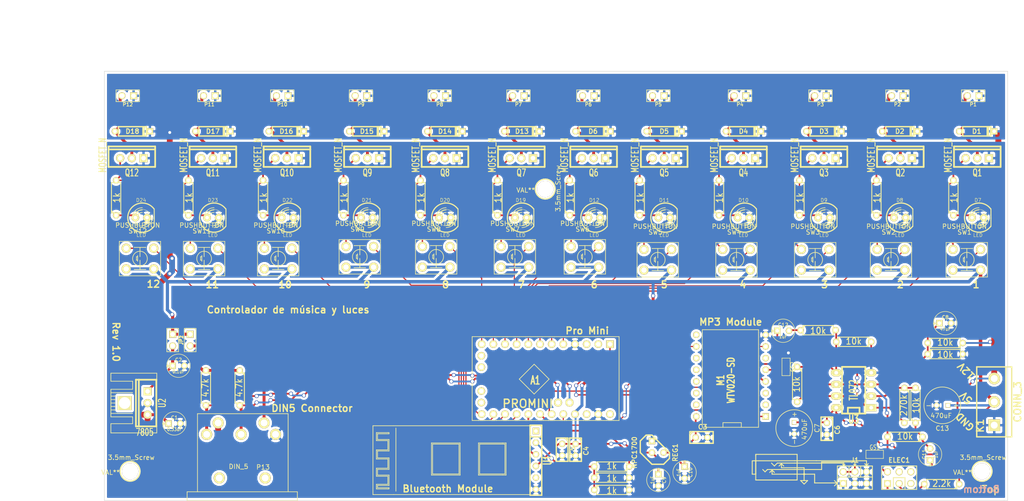
<source format=kicad_pcb>
(kicad_pcb (version 3) (host pcbnew "(2013-07-07 BZR 4022)-stable")
  (title_block (title "Controlador de música y luces") (rev 1.0) (company "Hackerspace Cholula"))
  (layers (15 F.Cu signal) (0 B.Cu signal) (18 B.Paste user) (19 F.Paste user) (20 B.SilkS user) (21 F.SilkS user) (22 B.Mask user) (23 F.Mask user) (28 Edge.Cuts user))
  (net 0 "")
  (net 1 +12V)
  (net 2 +3.3V)
  (net 3 +5V)
  (net 4 "A0 (RX)")
  (net 5 "A1 (TX)")
  (net 6 D10)
  (net 7 D11)
  (net 8 D12)
  (net 9 D13)
  (net 10 D2)
  (net 11 D3)
  (net 12 D4)
  (net 13 D5)
  (net 14 D6)
  (net 15 D7)
  (net 16 D8)
  (net 17 D9)
  (net 18 GND)
  (net 19 I2CSCL)
  (net 20 I2CSDA)
  (net 21 MP3_CK)
  (net 22 MP3_DATA)
  (net 23 MP3_OUTPUT)
  (net 24 MP3_RESET)
  (net 25 N-000001)
  (net 26 N-0000010)
  (net 27 N-0000011)
  (net 28 N-0000012)
  (net 29 N-0000013)
  (net 30 N-0000014)
  (net 31 N-0000015)
  (net 32 N-0000016)
  (net 33 N-0000017)
  (net 34 N-0000018)
  (net 35 N-0000019)
  (net 36 N-000002)
  (net 37 N-0000020)
  (net 38 N-0000021)
  (net 39 N-0000023)
  (net 40 N-0000024)
  (net 41 N-0000025)
  (net 42 N-0000026)
  (net 43 N-0000027)
  (net 44 N-0000028)
  (net 45 N-0000029)
  (net 46 N-0000030)
  (net 47 N-0000031)
  (net 48 N-0000032)
  (net 49 N-0000033)
  (net 50 N-0000034)
  (net 51 N-0000035)
  (net 52 N-0000036)
  (net 53 N-0000037)
  (net 54 N-0000039)
  (net 55 N-000004)
  (net 56 N-0000040)
  (net 57 N-000005)
  (net 58 N-0000055)
  (net 59 N-0000057)
  (net 60 N-000006)
  (net 61 N-0000067)
  (net 62 N-0000069)
  (net 63 N-000007)
  (net 64 N-0000071)
  (net 65 N-0000072)
  (net 66 N-0000073)
  (net 67 N-0000074)
  (net 68 N-0000075)
  (net 69 N-0000076)
  (net 70 N-0000078)
  (net 71 N-0000079)
  (net 72 N-000008)
  (net 73 N-000009)
  (net 74 Vbias)
  (module ProMini (layer F.Cu) (at 133.604 124.587 180)
    (fp_text reference A1 (at -0.254 -0.254 180) (layer F.SilkS) (effects (font (size 1.778 1.143) (thickness 0.3048))))
    (fp_text value PROMINI (at 1.397 -5.334 180) (layer F.SilkS) (effects (font (size 1.778 1.778) (thickness 0.3048))))
    (pad 1 thru_hole rect (at -16.51 7.62 180) (size 1.651 1.651) (drill 1.016) (layers *.Cu *.Mask F.SilkS) (net 24 MP3_RESET))
    (pad 2 thru_hole circle (at -13.97 7.62 180) (size 1.651 1.651) (drill 1.016) (layers *.Cu *.Mask F.SilkS))
    (pad 3 thru_hole circle (at -11.43 7.62 180) (size 1.651 1.651) (drill 1.016) (layers *.Cu *.Mask F.SilkS))
    (pad 4 thru_hole circle (at -8.89 7.62 180) (size 1.651 1.651) (drill 1.016) (layers *.Cu *.Mask F.SilkS) (net 18 GND))
    (pad 5 thru_hole circle (at -6.35 7.62 180) (size 1.651 1.651) (drill 1.016) (layers *.Cu *.Mask F.SilkS) (net 10 D2))
    (pad 6 thru_hole circle (at -3.81 7.62 180) (size 1.651 1.651) (drill 1.016) (layers *.Cu *.Mask F.SilkS) (net 11 D3))
    (pad 7 thru_hole circle (at -1.27 7.62 180) (size 1.651 1.651) (drill 1.016) (layers *.Cu *.Mask F.SilkS) (net 12 D4))
    (pad 8 thru_hole circle (at 1.27 7.62 180) (size 1.651 1.651) (drill 1.016) (layers *.Cu *.Mask F.SilkS) (net 13 D5))
    (pad 9 thru_hole circle (at 3.81 7.62 180) (size 1.651 1.651) (drill 1.016) (layers *.Cu *.Mask F.SilkS) (net 14 D6))
    (pad 10 thru_hole circle (at 6.35 7.62 180) (size 1.651 1.651) (drill 1.016) (layers *.Cu *.Mask F.SilkS) (net 15 D7))
    (pad 11 thru_hole circle (at 8.89 7.62 180) (size 1.651 1.651) (drill 1.016) (layers *.Cu *.Mask F.SilkS) (net 16 D8))
    (pad 12 thru_hole circle (at 11.43 7.62 180) (size 1.651 1.651) (drill 1.016) (layers *.Cu *.Mask F.SilkS) (net 17 D9))
    (pad 13 thru_hole circle (at 11.5 5.1 180) (size 1.651 1.651) (drill 1.016) (layers *.Cu *.Mask F.SilkS))
    (pad 14 thru_hole circle (at 11.5 2.6 180) (size 1.651 1.651) (drill 1.016) (layers *.Cu *.Mask F.SilkS))
    (pad 15 thru_hole circle (at 11.5 -2.6 180) (size 1.651 1.651) (drill 1.016) (layers *.Cu *.Mask F.SilkS))
    (pad 16 thru_hole circle (at 11.5 -5.1 180) (size 1.651 1.651) (drill 1.016) (layers *.Cu *.Mask F.SilkS))
    (pad 17 thru_hole circle (at 11.43 -7.62 180) (size 1.651 1.651) (drill 1.016) (layers *.Cu *.Mask F.SilkS) (net 6 D10))
    (pad 18 thru_hole circle (at 8.89 -7.62 180) (size 1.651 1.651) (drill 1.016) (layers *.Cu *.Mask F.SilkS) (net 7 D11))
    (pad 19 thru_hole circle (at 6.35 -7.62 180) (size 1.651 1.651) (drill 1.016) (layers *.Cu *.Mask F.SilkS) (net 8 D12))
    (pad 20 thru_hole circle (at 3.81 -7.62 180) (size 1.651 1.651) (drill 1.016) (layers *.Cu *.Mask F.SilkS) (net 9 D13))
    (pad 21 thru_hole circle (at 1.27 -7.62 180) (size 1.651 1.651) (drill 1.016) (layers *.Cu *.Mask F.SilkS) (net 4 "A0 (RX)"))
    (pad 22 thru_hole circle (at -1.27 -7.62 180) (size 1.651 1.651) (drill 1.016) (layers *.Cu *.Mask F.SilkS) (net 5 "A1 (TX)"))
    (pad 23 thru_hole circle (at -3.81 -7.62 180) (size 1.651 1.651) (drill 1.016) (layers *.Cu *.Mask F.SilkS) (net 21 MP3_CK))
    (pad 24 thru_hole circle (at -6.35 -7.62 180) (size 1.651 1.651) (drill 1.016) (layers *.Cu *.Mask F.SilkS) (net 22 MP3_DATA))
    (pad 25 thru_hole circle (at -8.89 -7.62 180) (size 1.651 1.651) (drill 1.016) (layers *.Cu *.Mask F.SilkS) (net 3 +5V))
    (pad 26 thru_hole circle (at -11.43 -7.62 180) (size 1.651 1.651) (drill 1.016) (layers *.Cu *.Mask F.SilkS))
    (pad 27 thru_hole circle (at -13.97 -7.62 180) (size 1.651 1.651) (drill 1.016) (layers *.Cu *.Mask F.SilkS) (net 18 GND))
    (pad 28 thru_hole circle (at -16.51 -7.62 180) (size 1.651 1.651) (drill 1.016) (layers *.Cu *.Mask F.SilkS))
    (pad 29 thru_hole circle (at -7.7 -5.1 180) (size 1.778 1.778) (drill 1.016) (layers *.Cu *.Mask F.SilkS) (net 20 I2CSDA))
    (pad 30 thru_hole circle (at -5.2 -5.1 180) (size 1.778 1.778) (drill 1.016) (layers *.Cu *.Mask F.SilkS) (net 19 I2CSCL))
  )
  (module pin_array_3x2 (layer F.Cu) (at 203.454 146.05)
    (fp_text reference J1 (at 0 -3.81) (layer F.SilkS) (effects (font (size 1.016 1.016) (thickness 0.2032))))
    (fp_text value JACK_ST_3SW hide)
    (pad 1 thru_hole rect (at -2.54 1.27) (size 1.524 1.524) (drill 1.016) (layers *.Cu *.Mask F.SilkS) (net 18 GND))
    (pad 2 thru_hole circle (at -2.54 -1.27) (size 1.524 1.524) (drill 1.016) (layers *.Cu *.Mask F.SilkS) (net 56 N-0000040))
    (pad 3 thru_hole circle (at 0 1.27) (size 1.524 1.524) (drill 1.016) (layers *.Cu *.Mask F.SilkS) (net 18 GND))
    (pad 4 thru_hole circle (at 0 -1.27) (size 1.524 1.524) (drill 1.016) (layers *.Cu *.Mask F.SilkS) (net 56 N-0000040))
    (pad 5 thru_hole circle (at 2.54 1.27) (size 1.524 1.524) (drill 1.016) (layers *.Cu *.Mask F.SilkS) (net 18 GND))
    (pad 6 thru_hole circle (at 2.54 -1.27) (size 1.524 1.524) (drill 1.016) (layers *.Cu *.Mask F.SilkS) (net 18 GND))
  )
  (module TO220_VERT (layer F.Cu) (at 49.403 129.794 180)
    (fp_text reference U2 (at -3.175 0 270) (layer F.SilkS) (effects (font (size 1.524 1.016) (thickness 0.2032))))
    (fp_text value 7805 (at 0.635 -6.35 180) (layer F.SilkS) (effects (font (size 1.524 1.016) (thickness 0.2032))))
    (pad Vi thru_hole circle (at 0 -2.54 180) (size 1.778 1.778) (drill 1.016) (layers *.Cu *.Mask F.SilkS) (net 1 +12V))
    (pad GND thru_hole circle (at 0 0 180) (size 1.778 1.778) (drill 1.016) (layers *.Cu *.Mask F.SilkS) (net 18 GND))
    (pad Vo thru_hole rect (at 0 2.54 180) (size 1.778 1.778) (drill 1.016) (layers *.Cu *.Mask F.SilkS) (net 70 N-0000078))
    (pad Hts thru_hole rect (at 5 0 180) (size 3.048 3.048) (drill 2.54) (layers *.Cu *.Mask F.SilkS))
  )
  (module R3 (layer F.Cu) (at 125.603 85.09 90)
    (fp_text reference R7 hide)
    (fp_text value 1k (at 0 0.127 90) (layer F.SilkS) (effects (font (size 1.397 1.27) (thickness 0.2032))))
    (pad 1 thru_hole circle (at -3.81 0 90) (size 1.397 1.397) (drill 0.8128) (layers *.Cu *.Mask F.SilkS) (net 25 N-000001))
    (pad 2 thru_hole circle (at 3.81 0 90) (size 1.397 1.397) (drill 0.8128) (layers *.Cu *.Mask F.SilkS) (net 36 N-000002))
  )
  (module R3 (layer F.Cu) (at 42.545 85.09 90)
    (fp_text reference R12 hide)
    (fp_text value 1k (at 0 0.127 90) (layer F.SilkS) (effects (font (size 1.397 1.27) (thickness 0.2032))))
    (pad 1 thru_hole circle (at -3.81 0 90) (size 1.397 1.397) (drill 0.8128) (layers *.Cu *.Mask F.SilkS) (net 66 N-0000073))
    (pad 2 thru_hole circle (at 3.81 0 90) (size 1.397 1.397) (drill 0.8128) (layers *.Cu *.Mask F.SilkS) (net 65 N-0000072))
  )
  (module R3 (layer F.Cu) (at 58.293 85.09 90)
    (fp_text reference R11 hide)
    (fp_text value 1k (at 0 0.127 90) (layer F.SilkS) (effects (font (size 1.397 1.27) (thickness 0.2032))))
    (pad 1 thru_hole circle (at -3.81 0 90) (size 1.397 1.397) (drill 0.8128) (layers *.Cu *.Mask F.SilkS) (net 48 N-0000032))
    (pad 2 thru_hole circle (at 3.81 0 90) (size 1.397 1.397) (drill 0.8128) (layers *.Cu *.Mask F.SilkS) (net 30 N-0000014))
  )
  (module R3 (layer F.Cu) (at 74.549 85.09 90)
    (fp_text reference R10 hide)
    (fp_text value 1k (at 0 0.127 90) (layer F.SilkS) (effects (font (size 1.397 1.27) (thickness 0.2032))))
    (pad 1 thru_hole circle (at -3.81 0 90) (size 1.397 1.397) (drill 0.8128) (layers *.Cu *.Mask F.SilkS) (net 28 N-0000012))
    (pad 2 thru_hole circle (at 3.81 0 90) (size 1.397 1.397) (drill 0.8128) (layers *.Cu *.Mask F.SilkS) (net 27 N-0000011))
  )
  (module R3 (layer F.Cu) (at 92.075 85.09 90)
    (fp_text reference R9 hide)
    (fp_text value 1k (at 0 0.127 90) (layer F.SilkS) (effects (font (size 1.397 1.27) (thickness 0.2032))))
    (pad 1 thru_hole circle (at -3.81 0 90) (size 1.397 1.397) (drill 0.8128) (layers *.Cu *.Mask F.SilkS) (net 33 N-0000017))
    (pad 2 thru_hole circle (at 3.81 0 90) (size 1.397 1.397) (drill 0.8128) (layers *.Cu *.Mask F.SilkS) (net 32 N-0000016))
  )
  (module R3 (layer F.Cu) (at 108.839 85.09 90)
    (fp_text reference R8 hide)
    (fp_text value 1k (at 0 0.127 90) (layer F.SilkS) (effects (font (size 1.397 1.27) (thickness 0.2032))))
    (pad 1 thru_hole circle (at -3.81 0 90) (size 1.397 1.397) (drill 0.8128) (layers *.Cu *.Mask F.SilkS) (net 60 N-000006))
    (pad 2 thru_hole circle (at 3.81 0 90) (size 1.397 1.397) (drill 0.8128) (layers *.Cu *.Mask F.SilkS) (net 57 N-000005))
  )
  (module R3 (layer F.Cu) (at 224.917 85.09 90)
    (fp_text reference R1 hide)
    (fp_text value 1k (at 0 0.127 90) (layer F.SilkS) (effects (font (size 1.397 1.27) (thickness 0.2032))))
    (pad 1 thru_hole circle (at -3.81 0 90) (size 1.397 1.397) (drill 0.8128) (layers *.Cu *.Mask F.SilkS) (net 41 N-0000025))
    (pad 2 thru_hole circle (at 3.81 0 90) (size 1.397 1.397) (drill 0.8128) (layers *.Cu *.Mask F.SilkS) (net 40 N-0000024))
  )
  (module R3 (layer F.Cu) (at 208.153 85.09 90)
    (fp_text reference R2 hide)
    (fp_text value 1k (at 0 0.127 90) (layer F.SilkS) (effects (font (size 1.397 1.27) (thickness 0.2032))))
    (pad 1 thru_hole circle (at -3.81 0 90) (size 1.397 1.397) (drill 0.8128) (layers *.Cu *.Mask F.SilkS) (net 35 N-0000019))
    (pad 2 thru_hole circle (at 3.81 0 90) (size 1.397 1.397) (drill 0.8128) (layers *.Cu *.Mask F.SilkS) (net 37 N-0000020))
  )
  (module R3 (layer F.Cu) (at 141.351 85.09 90)
    (fp_text reference R6 hide)
    (fp_text value 1k (at 0 0.127 90) (layer F.SilkS) (effects (font (size 1.397 1.27) (thickness 0.2032))))
    (pad 1 thru_hole circle (at -3.81 0 90) (size 1.397 1.397) (drill 0.8128) (layers *.Cu *.Mask F.SilkS) (net 73 N-000009))
    (pad 2 thru_hole circle (at 3.81 0 90) (size 1.397 1.397) (drill 0.8128) (layers *.Cu *.Mask F.SilkS) (net 72 N-000008))
  )
  (module R3 (layer F.Cu) (at 156.591 85.09 90)
    (fp_text reference R5 hide)
    (fp_text value 1k (at 0 0.127 90) (layer F.SilkS) (effects (font (size 1.397 1.27) (thickness 0.2032))))
    (pad 1 thru_hole circle (at -3.81 0 90) (size 1.397 1.397) (drill 0.8128) (layers *.Cu *.Mask F.SilkS) (net 45 N-0000029))
    (pad 2 thru_hole circle (at 3.81 0 90) (size 1.397 1.397) (drill 0.8128) (layers *.Cu *.Mask F.SilkS) (net 44 N-0000028))
  )
  (module R3 (layer F.Cu) (at 173.863 85.09 90)
    (fp_text reference R4 hide)
    (fp_text value 1k (at 0 0.127 90) (layer F.SilkS) (effects (font (size 1.397 1.27) (thickness 0.2032))))
    (pad 1 thru_hole circle (at -3.81 0 90) (size 1.397 1.397) (drill 0.8128) (layers *.Cu *.Mask F.SilkS) (net 51 N-0000035))
    (pad 2 thru_hole circle (at 3.81 0 90) (size 1.397 1.397) (drill 0.8128) (layers *.Cu *.Mask F.SilkS) (net 50 N-0000034))
  )
  (module R3 (layer F.Cu) (at 191.389 85.09 90)
    (fp_text reference R3 hide)
    (fp_text value 1k (at 0 0.127 90) (layer F.SilkS) (effects (font (size 1.397 1.27) (thickness 0.2032))))
    (pad 1 thru_hole circle (at -3.81 0 90) (size 1.397 1.397) (drill 0.8128) (layers *.Cu *.Mask F.SilkS) (net 47 N-0000031))
    (pad 2 thru_hole circle (at 3.81 0 90) (size 1.397 1.397) (drill 0.8128) (layers *.Cu *.Mask F.SilkS) (net 46 N-0000030))
  )
  (module LED-5MM (layer F.Cu) (at 79.883 89.408)
    (fp_text reference D22 (at 0 -3.81) (layer F.SilkS) (effects (font (size 0.762 0.762) (thickness 0.0889))))
    (fp_text value LED (at 0 3.81) (layer F.SilkS) (effects (font (size 0.762 0.762) (thickness 0.0889))))
    (pad 1 thru_hole circle (at -1.27 0) (size 1.6764 1.6764) (drill 0.8128) (layers *.Cu *.Mask F.SilkS) (net 28 N-0000012))
    (pad 2 thru_hole circle (at 1.27 0) (size 1.6764 1.6764) (drill 0.8128) (layers *.Cu *.Mask F.SilkS) (net 18 GND))
  )
  (module LED-5MM (layer F.Cu) (at 196.723 89.408)
    (fp_text reference D9 (at 0 -3.81) (layer F.SilkS) (effects (font (size 0.762 0.762) (thickness 0.0889))))
    (fp_text value LED (at 0 3.81) (layer F.SilkS) (effects (font (size 0.762 0.762) (thickness 0.0889))))
    (pad 1 thru_hole circle (at -1.27 0) (size 1.6764 1.6764) (drill 0.8128) (layers *.Cu *.Mask F.SilkS) (net 47 N-0000031))
    (pad 2 thru_hole circle (at 1.27 0) (size 1.6764 1.6764) (drill 0.8128) (layers *.Cu *.Mask F.SilkS) (net 18 GND))
  )
  (module LED-5MM (layer F.Cu) (at 97.155 89.408)
    (fp_text reference D21 (at 0 -3.81) (layer F.SilkS) (effects (font (size 0.762 0.762) (thickness 0.0889))))
    (fp_text value LED (at 0 3.81) (layer F.SilkS) (effects (font (size 0.762 0.762) (thickness 0.0889))))
    (pad 1 thru_hole circle (at -1.27 0) (size 1.6764 1.6764) (drill 0.8128) (layers *.Cu *.Mask F.SilkS) (net 33 N-0000017))
    (pad 2 thru_hole circle (at 1.27 0) (size 1.6764 1.6764) (drill 0.8128) (layers *.Cu *.Mask F.SilkS) (net 18 GND))
  )
  (module LED-5MM (layer F.Cu) (at 63.627 89.408)
    (fp_text reference D23 (at 0 -3.81) (layer F.SilkS) (effects (font (size 0.762 0.762) (thickness 0.0889))))
    (fp_text value LED (at 0 3.81) (layer F.SilkS) (effects (font (size 0.762 0.762) (thickness 0.0889))))
    (pad 1 thru_hole circle (at -1.27 0) (size 1.6764 1.6764) (drill 0.8128) (layers *.Cu *.Mask F.SilkS) (net 48 N-0000032))
    (pad 2 thru_hole circle (at 1.27 0) (size 1.6764 1.6764) (drill 0.8128) (layers *.Cu *.Mask F.SilkS) (net 18 GND))
  )
  (module LED-5MM (layer F.Cu) (at 230.251 89.408)
    (fp_text reference D7 (at 0 -3.81) (layer F.SilkS) (effects (font (size 0.762 0.762) (thickness 0.0889))))
    (fp_text value LED (at 0 3.81) (layer F.SilkS) (effects (font (size 0.762 0.762) (thickness 0.0889))))
    (pad 1 thru_hole circle (at -1.27 0) (size 1.6764 1.6764) (drill 0.8128) (layers *.Cu *.Mask F.SilkS) (net 41 N-0000025))
    (pad 2 thru_hole circle (at 1.27 0) (size 1.6764 1.6764) (drill 0.8128) (layers *.Cu *.Mask F.SilkS) (net 18 GND))
  )
  (module LED-5MM (layer F.Cu) (at 179.197 89.408)
    (fp_text reference D10 (at 0 -3.81) (layer F.SilkS) (effects (font (size 0.762 0.762) (thickness 0.0889))))
    (fp_text value LED (at 0 3.81) (layer F.SilkS) (effects (font (size 0.762 0.762) (thickness 0.0889))))
    (pad 1 thru_hole circle (at -1.27 0) (size 1.6764 1.6764) (drill 0.8128) (layers *.Cu *.Mask F.SilkS) (net 51 N-0000035))
    (pad 2 thru_hole circle (at 1.27 0) (size 1.6764 1.6764) (drill 0.8128) (layers *.Cu *.Mask F.SilkS) (net 18 GND))
  )
  (module LED-5MM (layer F.Cu) (at 48.006 89.408)
    (fp_text reference D24 (at 0 -3.81) (layer F.SilkS) (effects (font (size 0.762 0.762) (thickness 0.0889))))
    (fp_text value LED (at 0 3.81) (layer F.SilkS) (effects (font (size 0.762 0.762) (thickness 0.0889))))
    (pad 1 thru_hole circle (at -1.27 0) (size 1.6764 1.6764) (drill 0.8128) (layers *.Cu *.Mask F.SilkS) (net 66 N-0000073))
    (pad 2 thru_hole circle (at 1.27 0) (size 1.6764 1.6764) (drill 0.8128) (layers *.Cu *.Mask F.SilkS) (net 18 GND))
  )
  (module LED-5MM (layer F.Cu) (at 114.173 89.408)
    (fp_text reference D20 (at 0 -3.81) (layer F.SilkS) (effects (font (size 0.762 0.762) (thickness 0.0889))))
    (fp_text value LED (at 0 3.81) (layer F.SilkS) (effects (font (size 0.762 0.762) (thickness 0.0889))))
    (pad 1 thru_hole circle (at -1.27 0) (size 1.6764 1.6764) (drill 0.8128) (layers *.Cu *.Mask F.SilkS) (net 60 N-000006))
    (pad 2 thru_hole circle (at 1.27 0) (size 1.6764 1.6764) (drill 0.8128) (layers *.Cu *.Mask F.SilkS) (net 18 GND))
  )
  (module LED-5MM (layer F.Cu) (at 213.233 89.408)
    (fp_text reference D8 (at 0 -3.81) (layer F.SilkS) (effects (font (size 0.762 0.762) (thickness 0.0889))))
    (fp_text value LED (at 0 3.81) (layer F.SilkS) (effects (font (size 0.762 0.762) (thickness 0.0889))))
    (pad 1 thru_hole circle (at -1.27 0) (size 1.6764 1.6764) (drill 0.8128) (layers *.Cu *.Mask F.SilkS) (net 35 N-0000019))
    (pad 2 thru_hole circle (at 1.27 0) (size 1.6764 1.6764) (drill 0.8128) (layers *.Cu *.Mask F.SilkS) (net 18 GND))
  )
  (module LED-5MM (layer F.Cu) (at 130.683 89.408)
    (fp_text reference D19 (at 0 -3.81) (layer F.SilkS) (effects (font (size 0.762 0.762) (thickness 0.0889))))
    (fp_text value LED (at 0 3.81) (layer F.SilkS) (effects (font (size 0.762 0.762) (thickness 0.0889))))
    (pad 1 thru_hole circle (at -1.27 0) (size 1.6764 1.6764) (drill 0.8128) (layers *.Cu *.Mask F.SilkS) (net 25 N-000001))
    (pad 2 thru_hole circle (at 1.27 0) (size 1.6764 1.6764) (drill 0.8128) (layers *.Cu *.Mask F.SilkS) (net 18 GND))
  )
  (module LED-5MM (layer F.Cu) (at 161.925 89.408)
    (fp_text reference D11 (at 0 -3.81) (layer F.SilkS) (effects (font (size 0.762 0.762) (thickness 0.0889))))
    (fp_text value LED (at 0 3.81) (layer F.SilkS) (effects (font (size 0.762 0.762) (thickness 0.0889))))
    (pad 1 thru_hole circle (at -1.27 0) (size 1.6764 1.6764) (drill 0.8128) (layers *.Cu *.Mask F.SilkS) (net 45 N-0000029))
    (pad 2 thru_hole circle (at 1.27 0) (size 1.6764 1.6764) (drill 0.8128) (layers *.Cu *.Mask F.SilkS) (net 18 GND))
  )
  (module LED-5MM (layer F.Cu) (at 146.685 89.408)
    (fp_text reference D12 (at 0 -3.81) (layer F.SilkS) (effects (font (size 0.762 0.762) (thickness 0.0889))))
    (fp_text value LED (at 0 3.81) (layer F.SilkS) (effects (font (size 0.762 0.762) (thickness 0.0889))))
    (pad 1 thru_hole circle (at -1.27 0) (size 1.6764 1.6764) (drill 0.8128) (layers *.Cu *.Mask F.SilkS) (net 73 N-000009))
    (pad 2 thru_hole circle (at 1.27 0) (size 1.6764 1.6764) (drill 0.8128) (layers *.Cu *.Mask F.SilkS) (net 18 GND))
  )
  (module D3 (layer F.Cu) (at 114.173 70.612)
    (fp_text reference D14 (at 0 0) (layer F.SilkS) (effects (font (size 1.016 1.016) (thickness 0.2032))))
    (fp_text value DIODE hide)
    (pad 2 thru_hole rect (at 3.81 0) (size 1.397 1.397) (drill 0.8128) (layers *.Cu *.Mask F.SilkS) (net 1 +12V))
    (pad 1 thru_hole circle (at -3.81 0) (size 1.397 1.397) (drill 0.8128) (layers *.Cu *.Mask F.SilkS) (net 55 N-000004))
  )
  (module D3 (layer F.Cu) (at 213.233 70.612)
    (fp_text reference D2 (at 0 0) (layer F.SilkS) (effects (font (size 1.016 1.016) (thickness 0.2032))))
    (fp_text value DIODE hide)
    (pad 2 thru_hole rect (at 3.81 0) (size 1.397 1.397) (drill 0.8128) (layers *.Cu *.Mask F.SilkS) (net 1 +12V))
    (pad 1 thru_hole circle (at -3.81 0) (size 1.397 1.397) (drill 0.8128) (layers *.Cu *.Mask F.SilkS) (net 42 N-0000026))
  )
  (module D3 (layer F.Cu) (at 161.925 70.612)
    (fp_text reference D5 (at 0 0) (layer F.SilkS) (effects (font (size 1.016 1.016) (thickness 0.2032))))
    (fp_text value DIODE hide)
    (pad 2 thru_hole rect (at 3.81 0) (size 1.397 1.397) (drill 0.8128) (layers *.Cu *.Mask F.SilkS) (net 1 +12V))
    (pad 1 thru_hole circle (at -3.81 0) (size 1.397 1.397) (drill 0.8128) (layers *.Cu *.Mask F.SilkS) (net 43 N-0000027))
  )
  (module D3 (layer F.Cu) (at 46.101 70.612)
    (fp_text reference D18 (at 0 0) (layer F.SilkS) (effects (font (size 1.016 1.016) (thickness 0.2032))))
    (fp_text value DIODE hide)
    (pad 2 thru_hole rect (at 3.81 0) (size 1.397 1.397) (drill 0.8128) (layers *.Cu *.Mask F.SilkS) (net 1 +12V))
    (pad 1 thru_hole circle (at -3.81 0) (size 1.397 1.397) (drill 0.8128) (layers *.Cu *.Mask F.SilkS) (net 64 N-0000071))
  )
  (module D3 (layer F.Cu) (at 63.627 70.612)
    (fp_text reference D17 (at 0 0) (layer F.SilkS) (effects (font (size 1.016 1.016) (thickness 0.2032))))
    (fp_text value DIODE hide)
    (pad 2 thru_hole rect (at 3.81 0) (size 1.397 1.397) (drill 0.8128) (layers *.Cu *.Mask F.SilkS) (net 1 +12V))
    (pad 1 thru_hole circle (at -3.81 0) (size 1.397 1.397) (drill 0.8128) (layers *.Cu *.Mask F.SilkS) (net 29 N-0000013))
  )
  (module D3 (layer F.Cu) (at 229.997 70.612)
    (fp_text reference D1 (at 0 0) (layer F.SilkS) (effects (font (size 1.016 1.016) (thickness 0.2032))))
    (fp_text value DIODE hide)
    (pad 2 thru_hole rect (at 3.81 0) (size 1.397 1.397) (drill 0.8128) (layers *.Cu *.Mask F.SilkS) (net 1 +12V))
    (pad 1 thru_hole circle (at -3.81 0) (size 1.397 1.397) (drill 0.8128) (layers *.Cu *.Mask F.SilkS) (net 39 N-0000023))
  )
  (module D3 (layer F.Cu) (at 196.723 70.612)
    (fp_text reference D3 (at 0 0) (layer F.SilkS) (effects (font (size 1.016 1.016) (thickness 0.2032))))
    (fp_text value DIODE hide)
    (pad 2 thru_hole rect (at 3.81 0) (size 1.397 1.397) (drill 0.8128) (layers *.Cu *.Mask F.SilkS) (net 1 +12V))
    (pad 1 thru_hole circle (at -3.81 0) (size 1.397 1.397) (drill 0.8128) (layers *.Cu *.Mask F.SilkS) (net 38 N-0000021))
  )
  (module D3 (layer F.Cu) (at 146.431 70.612)
    (fp_text reference D6 (at 0 0) (layer F.SilkS) (effects (font (size 1.016 1.016) (thickness 0.2032))))
    (fp_text value DIODE hide)
    (pad 2 thru_hole rect (at 3.81 0) (size 1.397 1.397) (drill 0.8128) (layers *.Cu *.Mask F.SilkS) (net 1 +12V))
    (pad 1 thru_hole circle (at -3.81 0) (size 1.397 1.397) (drill 0.8128) (layers *.Cu *.Mask F.SilkS) (net 63 N-000007))
  )
  (module D3 (layer F.Cu) (at 79.629 70.612)
    (fp_text reference D16 (at 0 0) (layer F.SilkS) (effects (font (size 1.016 1.016) (thickness 0.2032))))
    (fp_text value DIODE hide)
    (pad 2 thru_hole rect (at 3.81 0) (size 1.397 1.397) (drill 0.8128) (layers *.Cu *.Mask F.SilkS) (net 1 +12V))
    (pad 1 thru_hole circle (at -3.81 0) (size 1.397 1.397) (drill 0.8128) (layers *.Cu *.Mask F.SilkS) (net 34 N-0000018))
  )
  (module D3 (layer F.Cu) (at 179.197 70.612)
    (fp_text reference D4 (at 0 0) (layer F.SilkS) (effects (font (size 1.016 1.016) (thickness 0.2032))))
    (fp_text value DIODE hide)
    (pad 2 thru_hole rect (at 3.81 0) (size 1.397 1.397) (drill 0.8128) (layers *.Cu *.Mask F.SilkS) (net 1 +12V))
    (pad 1 thru_hole circle (at -3.81 0) (size 1.397 1.397) (drill 0.8128) (layers *.Cu *.Mask F.SilkS) (net 49 N-0000033))
  )
  (module D3 (layer F.Cu) (at 97.155 70.612)
    (fp_text reference D15 (at 0 0) (layer F.SilkS) (effects (font (size 1.016 1.016) (thickness 0.2032))))
    (fp_text value DIODE hide)
    (pad 2 thru_hole rect (at 3.81 0) (size 1.397 1.397) (drill 0.8128) (layers *.Cu *.Mask F.SilkS) (net 1 +12V))
    (pad 1 thru_hole circle (at -3.81 0) (size 1.397 1.397) (drill 0.8128) (layers *.Cu *.Mask F.SilkS) (net 31 N-0000015))
  )
  (module D3 (layer F.Cu) (at 130.937 70.612)
    (fp_text reference D13 (at 0 0) (layer F.SilkS) (effects (font (size 1.016 1.016) (thickness 0.2032))))
    (fp_text value DIODE hide)
    (pad 2 thru_hole rect (at 3.81 0) (size 1.397 1.397) (drill 0.8128) (layers *.Cu *.Mask F.SilkS) (net 1 +12V))
    (pad 1 thru_hole circle (at -3.81 0) (size 1.397 1.397) (drill 0.8128) (layers *.Cu *.Mask F.SilkS) (net 26 N-0000010))
  )
  (module TO220_MOSFET (layer F.Cu) (at 97.282 76.454 90)
    (fp_text reference Q9 (at -3.175 0 180) (layer F.SilkS) (effects (font (size 1.524 1.016) (thickness 0.2032))))
    (fp_text value MOSFET_N (at 0.635 -6.35 90) (layer F.SilkS) (effects (font (size 1.524 1.016) (thickness 0.2032))))
    (pad G thru_hole circle (at 0 -2.54 90) (size 1.778 1.778) (drill 1.016) (layers *.Cu *.Mask F.SilkS) (net 32 N-0000016))
    (pad D thru_hole circle (at 0 0 90) (size 1.778 1.778) (drill 1.016) (layers *.Cu *.Mask F.SilkS) (net 31 N-0000015))
    (pad S thru_hole rect (at 0 2.54 90) (size 1.778 1.778) (drill 1.016) (layers *.Cu *.Mask F.SilkS) (net 18 GND))
  )
  (module TO220_MOSFET (layer F.Cu) (at 230.124 76.454 90)
    (fp_text reference Q1 (at -3.175 0 180) (layer F.SilkS) (effects (font (size 1.524 1.016) (thickness 0.2032))))
    (fp_text value MOSFET_N (at 0.635 -6.35 90) (layer F.SilkS) (effects (font (size 1.524 1.016) (thickness 0.2032))))
    (pad G thru_hole circle (at 0 -2.54 90) (size 1.778 1.778) (drill 1.016) (layers *.Cu *.Mask F.SilkS) (net 40 N-0000024))
    (pad D thru_hole circle (at 0 0 90) (size 1.778 1.778) (drill 1.016) (layers *.Cu *.Mask F.SilkS) (net 39 N-0000023))
    (pad S thru_hole rect (at 0 2.54 90) (size 1.778 1.778) (drill 1.016) (layers *.Cu *.Mask F.SilkS) (net 18 GND))
  )
  (module TO220_MOSFET (layer F.Cu) (at 45.974 76.454 90)
    (fp_text reference Q12 (at -3.175 0 180) (layer F.SilkS) (effects (font (size 1.524 1.016) (thickness 0.2032))))
    (fp_text value MOSFET_N (at 0.635 -6.35 90) (layer F.SilkS) (effects (font (size 1.524 1.016) (thickness 0.2032))))
    (pad G thru_hole circle (at 0 -2.54 90) (size 1.778 1.778) (drill 1.016) (layers *.Cu *.Mask F.SilkS) (net 65 N-0000072))
    (pad D thru_hole circle (at 0 0 90) (size 1.778 1.778) (drill 1.016) (layers *.Cu *.Mask F.SilkS) (net 64 N-0000071))
    (pad S thru_hole rect (at 0 2.54 90) (size 1.778 1.778) (drill 1.016) (layers *.Cu *.Mask F.SilkS) (net 18 GND))
  )
  (module TO220_MOSFET (layer F.Cu) (at 63.627 76.454 90)
    (fp_text reference Q11 (at -3.175 0 180) (layer F.SilkS) (effects (font (size 1.524 1.016) (thickness 0.2032))))
    (fp_text value MOSFET_N (at 0.635 -6.35 90) (layer F.SilkS) (effects (font (size 1.524 1.016) (thickness 0.2032))))
    (pad G thru_hole circle (at 0 -2.54 90) (size 1.778 1.778) (drill 1.016) (layers *.Cu *.Mask F.SilkS) (net 30 N-0000014))
    (pad D thru_hole circle (at 0 0 90) (size 1.778 1.778) (drill 1.016) (layers *.Cu *.Mask F.SilkS) (net 29 N-0000013))
    (pad S thru_hole rect (at 0 2.54 90) (size 1.778 1.778) (drill 1.016) (layers *.Cu *.Mask F.SilkS) (net 18 GND))
  )
  (module TO220_MOSFET (layer F.Cu) (at 79.756 76.454 90)
    (fp_text reference Q10 (at -3.175 0 180) (layer F.SilkS) (effects (font (size 1.524 1.016) (thickness 0.2032))))
    (fp_text value MOSFET_N (at 0.635 -6.35 90) (layer F.SilkS) (effects (font (size 1.524 1.016) (thickness 0.2032))))
    (pad G thru_hole circle (at 0 -2.54 90) (size 1.778 1.778) (drill 1.016) (layers *.Cu *.Mask F.SilkS) (net 27 N-0000011))
    (pad D thru_hole circle (at 0 0 90) (size 1.778 1.778) (drill 1.016) (layers *.Cu *.Mask F.SilkS) (net 34 N-0000018))
    (pad S thru_hole rect (at 0 2.54 90) (size 1.778 1.778) (drill 1.016) (layers *.Cu *.Mask F.SilkS) (net 18 GND))
  )
  (module TO220_MOSFET (layer F.Cu) (at 114.173 76.454 90)
    (fp_text reference Q8 (at -3.175 0 180) (layer F.SilkS) (effects (font (size 1.524 1.016) (thickness 0.2032))))
    (fp_text value MOSFET_N (at 0.635 -6.35 90) (layer F.SilkS) (effects (font (size 1.524 1.016) (thickness 0.2032))))
    (pad G thru_hole circle (at 0 -2.54 90) (size 1.778 1.778) (drill 1.016) (layers *.Cu *.Mask F.SilkS) (net 57 N-000005))
    (pad D thru_hole circle (at 0 0 90) (size 1.778 1.778) (drill 1.016) (layers *.Cu *.Mask F.SilkS) (net 55 N-000004))
    (pad S thru_hole rect (at 0 2.54 90) (size 1.778 1.778) (drill 1.016) (layers *.Cu *.Mask F.SilkS) (net 18 GND))
  )
  (module TO220_MOSFET (layer F.Cu) (at 130.81 76.454 90)
    (fp_text reference Q7 (at -3.175 0 180) (layer F.SilkS) (effects (font (size 1.524 1.016) (thickness 0.2032))))
    (fp_text value MOSFET_N (at 0.635 -6.35 90) (layer F.SilkS) (effects (font (size 1.524 1.016) (thickness 0.2032))))
    (pad G thru_hole circle (at 0 -2.54 90) (size 1.778 1.778) (drill 1.016) (layers *.Cu *.Mask F.SilkS) (net 36 N-000002))
    (pad D thru_hole circle (at 0 0 90) (size 1.778 1.778) (drill 1.016) (layers *.Cu *.Mask F.SilkS) (net 26 N-0000010))
    (pad S thru_hole rect (at 0 2.54 90) (size 1.778 1.778) (drill 1.016) (layers *.Cu *.Mask F.SilkS) (net 18 GND))
  )
  (module TO220_MOSFET (layer F.Cu) (at 146.558 76.454 90)
    (fp_text reference Q6 (at -3.175 0 180) (layer F.SilkS) (effects (font (size 1.524 1.016) (thickness 0.2032))))
    (fp_text value MOSFET_N (at 0.635 -6.35 90) (layer F.SilkS) (effects (font (size 1.524 1.016) (thickness 0.2032))))
    (pad G thru_hole circle (at 0 -2.54 90) (size 1.778 1.778) (drill 1.016) (layers *.Cu *.Mask F.SilkS) (net 72 N-000008))
    (pad D thru_hole circle (at 0 0 90) (size 1.778 1.778) (drill 1.016) (layers *.Cu *.Mask F.SilkS) (net 63 N-000007))
    (pad S thru_hole rect (at 0 2.54 90) (size 1.778 1.778) (drill 1.016) (layers *.Cu *.Mask F.SilkS) (net 18 GND))
  )
  (module TO220_MOSFET (layer F.Cu) (at 161.925 76.454 90)
    (fp_text reference Q5 (at -3.175 0 180) (layer F.SilkS) (effects (font (size 1.524 1.016) (thickness 0.2032))))
    (fp_text value MOSFET_N (at 0.635 -6.35 90) (layer F.SilkS) (effects (font (size 1.524 1.016) (thickness 0.2032))))
    (pad G thru_hole circle (at 0 -2.54 90) (size 1.778 1.778) (drill 1.016) (layers *.Cu *.Mask F.SilkS) (net 44 N-0000028))
    (pad D thru_hole circle (at 0 0 90) (size 1.778 1.778) (drill 1.016) (layers *.Cu *.Mask F.SilkS) (net 43 N-0000027))
    (pad S thru_hole rect (at 0 2.54 90) (size 1.778 1.778) (drill 1.016) (layers *.Cu *.Mask F.SilkS) (net 18 GND))
  )
  (module TO220_MOSFET (layer F.Cu) (at 179.197 76.454 90)
    (fp_text reference Q4 (at -3.175 0 180) (layer F.SilkS) (effects (font (size 1.524 1.016) (thickness 0.2032))))
    (fp_text value MOSFET_N (at 0.635 -6.35 90) (layer F.SilkS) (effects (font (size 1.524 1.016) (thickness 0.2032))))
    (pad G thru_hole circle (at 0 -2.54 90) (size 1.778 1.778) (drill 1.016) (layers *.Cu *.Mask F.SilkS) (net 50 N-0000034))
    (pad D thru_hole circle (at 0 0 90) (size 1.778 1.778) (drill 1.016) (layers *.Cu *.Mask F.SilkS) (net 49 N-0000033))
    (pad S thru_hole rect (at 0 2.54 90) (size 1.778 1.778) (drill 1.016) (layers *.Cu *.Mask F.SilkS) (net 18 GND))
  )
  (module TO220_MOSFET (layer F.Cu) (at 196.723 76.454 90)
    (fp_text reference Q3 (at -3.175 0 180) (layer F.SilkS) (effects (font (size 1.524 1.016) (thickness 0.2032))))
    (fp_text value MOSFET_N (at 0.635 -6.35 90) (layer F.SilkS) (effects (font (size 1.524 1.016) (thickness 0.2032))))
    (pad G thru_hole circle (at 0 -2.54 90) (size 1.778 1.778) (drill 1.016) (layers *.Cu *.Mask F.SilkS) (net 46 N-0000030))
    (pad D thru_hole circle (at 0 0 90) (size 1.778 1.778) (drill 1.016) (layers *.Cu *.Mask F.SilkS) (net 38 N-0000021))
    (pad S thru_hole rect (at 0 2.54 90) (size 1.778 1.778) (drill 1.016) (layers *.Cu *.Mask F.SilkS) (net 18 GND))
  )
  (module TO220_MOSFET (layer F.Cu) (at 213.36 76.454 90)
    (fp_text reference Q2 (at -3.175 0 180) (layer F.SilkS) (effects (font (size 1.524 1.016) (thickness 0.2032))))
    (fp_text value MOSFET_N (at 0.635 -6.35 90) (layer F.SilkS) (effects (font (size 1.524 1.016) (thickness 0.2032))))
    (pad G thru_hole circle (at 0 -2.54 90) (size 1.778 1.778) (drill 1.016) (layers *.Cu *.Mask F.SilkS) (net 37 N-0000020))
    (pad D thru_hole circle (at 0 0 90) (size 1.778 1.778) (drill 1.016) (layers *.Cu *.Mask F.SilkS) (net 42 N-0000026))
    (pad S thru_hole rect (at 0 2.54 90) (size 1.778 1.778) (drill 1.016) (layers *.Cu *.Mask F.SilkS) (net 18 GND))
  )
  (module bornier3 (layer F.Cu) (at 233.807 129.54 90)
    (fp_text reference K1 (at -5.207 -3.048 90) (layer F.SilkS) (effects (font (size 1.524 1.524) (thickness 0.3048))))
    (fp_text value CONN_3 (at 0 5.08 90) (layer F.SilkS) (effects (font (size 1.524 1.524) (thickness 0.3048))))
    (pad 1 thru_hole rect (at -5.08 0 90) (size 2.54 2.54) (drill 1.524) (layers *.Cu *.Mask F.SilkS) (net 18 GND))
    (pad 2 thru_hole circle (at 0 0 90) (size 2.54 2.54) (drill 1.524) (layers *.Cu *.Mask F.SilkS) (net 3 +5V))
    (pad 3 thru_hole circle (at 5.08 0 90) (size 2.54 2.54) (drill 1.524) (layers *.Cu *.Mask F.SilkS) (net 1 +12V))
  )
  (module MIDI (layer F.Cu) (at 64.77 134.62)
    (fp_text reference P13 (at 9.779 9.144) (layer F.SilkS))
    (fp_text value DIN_5 (at 4.445 9.017) (layer F.SilkS))
    (pad 1 thru_hole circle (at -2.5 2) (size 2.413 2.413) (drill 1.524) (layers *.Cu *.Mask F.SilkS) (net 19 I2CSCL))
    (pad 2 thru_hole circle (at 5 2) (size 2.413 2.413) (drill 1.524) (layers *.Cu *.Mask F.SilkS) (net 20 I2CSDA))
    (pad 3 thru_hole circle (at 12.5 2) (size 2.413 2.413) (drill 1.524) (layers *.Cu *.Mask F.SilkS) (net 18 GND))
    (pad 5 thru_hole circle (at 0 -0.5) (size 2.413 2.413) (drill 1.524) (layers *.Cu *.Mask F.SilkS) (net 1 +12V))
    (pad 4 thru_hole circle (at 10 -0.5) (size 2.413 2.413) (drill 1.524) (layers *.Cu *.Mask F.SilkS) (net 61 N-0000067))
    (pad "" thru_hole circle (at 0.25 11.5) (size 2.413 2.413) (drill 1.524) (layers *.Cu *.Mask F.SilkS))
    (pad "" thru_hole circle (at 10.25 11.5) (size 2.413 2.413) (drill 1.524) (layers *.Cu *.Mask F.SilkS))
  )
  (module R3 (layer F.Cu) (at 69.469 126.492 270)
    (fp_text reference R13 hide)
    (fp_text value 4.7k (at 0 0.127 270) (layer F.SilkS) (effects (font (size 1.397 1.27) (thickness 0.2032))))
    (pad 1 thru_hole circle (at -3.81 0 270) (size 1.397 1.397) (drill 0.8128) (layers *.Cu *.Mask F.SilkS) (net 3 +5V))
    (pad 2 thru_hole circle (at 3.81 0 270) (size 1.397 1.397) (drill 0.8128) (layers *.Cu *.Mask F.SilkS) (net 20 I2CSDA))
  )
  (module R3 (layer F.Cu) (at 62.103 126.492 270)
    (fp_text reference R14 hide)
    (fp_text value 4.7k (at 0 0.127 270) (layer F.SilkS) (effects (font (size 1.397 1.27) (thickness 0.2032))))
    (pad 1 thru_hole circle (at -3.81 0 270) (size 1.397 1.397) (drill 0.8128) (layers *.Cu *.Mask F.SilkS) (net 3 +5V))
    (pad 2 thru_hole circle (at 3.81 0 270) (size 1.397 1.397) (drill 0.8128) (layers *.Cu *.Mask F.SilkS) (net 19 I2CSCL))
  )
  (module R3 (layer F.Cu) (at 150.495 143.637 180)
    (fp_text reference R16 hide)
    (fp_text value 1k (at 0 0.127 180) (layer F.SilkS) (effects (font (size 1.397 1.27) (thickness 0.2032))))
    (pad 1 thru_hole circle (at -3.81 0 180) (size 1.397 1.397) (drill 0.8128) (layers *.Cu *.Mask F.SilkS) (net 5 "A1 (TX)"))
    (pad 2 thru_hole circle (at 3.81 0 180) (size 1.397 1.397) (drill 0.8128) (layers *.Cu *.Mask F.SilkS) (net 62 N-0000069))
  )
  (module R3 (layer F.Cu) (at 150.495 146.05)
    (fp_text reference R15 hide)
    (fp_text value 1k (at 0 0.127) (layer F.SilkS) (effects (font (size 1.397 1.27) (thickness 0.2032))))
    (pad 1 thru_hole circle (at -3.81 0) (size 1.397 1.397) (drill 0.8128) (layers *.Cu *.Mask F.SilkS) (net 62 N-0000069))
    (pad 2 thru_hole circle (at 3.81 0) (size 1.397 1.397) (drill 0.8128) (layers *.Cu *.Mask F.SilkS) (net 18 GND))
  )
  (module R3 (layer F.Cu) (at 150.495 148.717)
    (fp_text reference R17 hide)
    (fp_text value 1k (at 0 0.127) (layer F.SilkS) (effects (font (size 1.397 1.27) (thickness 0.2032))))
    (pad 1 thru_hole circle (at -3.81 0) (size 1.397 1.397) (drill 0.8128) (layers *.Cu *.Mask F.SilkS) (net 62 N-0000069))
    (pad 2 thru_hole circle (at 3.81 0) (size 1.397 1.397) (drill 0.8128) (layers *.Cu *.Mask F.SilkS) (net 18 GND))
  )
  (module btm (layer F.Cu) (at 133.985 142.24 270)
    (fp_text reference U1 (at 0 -2.54 270) (layer F.SilkS) (effects (font (size 1.72974 1.08712) (thickness 0.3048))))
    (fp_text value BTM hide)
    (pad 1 thru_hole rect (at -6.35 0 270) (size 1.397 1.397) (drill 0.8128) (layers *.Cu *.Mask F.SilkS))
    (pad 2 thru_hole circle (at -3.81 0 270) (size 1.397 1.397) (drill 0.8128) (layers *.Cu *.Mask F.SilkS) (net 62 N-0000069))
    (pad 3 thru_hole circle (at -1.27 0 270) (size 1.397 1.397) (drill 0.8128) (layers *.Cu *.Mask F.SilkS) (net 4 "A0 (RX)"))
    (pad 4 thru_hole circle (at 1.27 0 270) (size 1.397 1.397) (drill 0.8128) (layers *.Cu *.Mask F.SilkS) (net 3 +5V))
    (pad 5 thru_hole circle (at 3.81 0 270) (size 1.397 1.397) (drill 0.8128) (layers *.Cu *.Mask F.SilkS))
    (pad 6 thru_hole circle (at 6.35 0 270) (size 1.397 1.397) (drill 0.8128) (layers *.Cu *.Mask F.SilkS) (net 18 GND))
  )
  (module MP3 (layer F.Cu) (at 172.72 123.825 90)
    (fp_text reference M1 (at -1 1.5 90) (layer F.SilkS) (effects (font (size 1.524 1.143) (thickness 0.3048))))
    (fp_text value WTV020-SD (at -1 3.75 90) (layer F.SilkS) (effects (font (size 1.524 1.143) (thickness 0.28575))))
    (pad 1 thru_hole rect (at -8.89 11.31 90) (size 1.397 1.397) (drill 0.8128) (layers *.Cu *.Mask F.SilkS) (net 24 MP3_RESET))
    (pad 2 thru_hole circle (at -6.35 11.31 90) (size 1.397 1.397) (drill 0.8128) (layers *.Cu *.Mask F.SilkS))
    (pad 3 thru_hole circle (at -3.81 11.31 90) (size 1.397 1.397) (drill 0.8128) (layers *.Cu *.Mask F.SilkS))
    (pad 4 thru_hole circle (at -1.27 11.31 90) (size 1.397 1.397) (drill 0.8128) (layers *.Cu *.Mask F.SilkS) (net 23 MP3_OUTPUT))
    (pad 5 thru_hole circle (at 1.27 11.31 90) (size 1.397 1.397) (drill 0.8128) (layers *.Cu *.Mask F.SilkS) (net 58 N-0000055))
    (pad 6 thru_hole circle (at 3.81 11.31 90) (size 1.397 1.397) (drill 0.8128) (layers *.Cu *.Mask F.SilkS))
    (pad 7 thru_hole circle (at 6.35 11.31 90) (size 1.397 1.397) (drill 0.8128) (layers *.Cu *.Mask F.SilkS) (net 21 MP3_CK))
    (pad 8 thru_hole circle (at 8.89 11.31 90) (size 1.397 1.397) (drill 0.8128) (layers *.Cu *.Mask F.SilkS) (net 18 GND))
    (pad 9 thru_hole circle (at 8.89 -3.81 90) (size 1.397 1.397) (drill 0.8128) (layers *.Cu *.Mask F.SilkS))
    (pad 10 thru_hole circle (at 6.35 -3.81 90) (size 1.397 1.397) (drill 0.8128) (layers *.Cu *.Mask F.SilkS) (net 22 MP3_DATA))
    (pad 11 thru_hole circle (at 3.81 -3.81 90) (size 1.397 1.397) (drill 0.8128) (layers *.Cu *.Mask F.SilkS))
    (pad 12 thru_hole circle (at 1.27 -3.81 90) (size 1.397 1.397) (drill 0.8128) (layers *.Cu *.Mask F.SilkS))
    (pad 13 thru_hole circle (at -1.27 -3.81 90) (size 1.397 1.397) (drill 0.8128) (layers *.Cu *.Mask F.SilkS))
    (pad 14 thru_hole circle (at -3.81 -3.81 90) (size 1.397 1.397) (drill 0.8128) (layers *.Cu *.Mask F.SilkS))
    (pad 15 thru_hole circle (at -6.35 -3.81 90) (size 1.397 1.397) (drill 0.8128) (layers *.Cu *.Mask F.SilkS))
    (pad 16 thru_hole circle (at -8.89 -3.81 90) (size 1.397 1.397) (drill 0.8128) (layers *.Cu *.Mask F.SilkS) (net 2 +3.3V))
  )
  (module C1V5 (layer F.Cu) (at 55.245 134.239)
    (fp_text reference C1 (at 0 -1.26746) (layer F.SilkS) (effects (font (size 0.762 0.762) (thickness 0.127))))
    (fp_text value 0.33uF (at 0 1.27) (layer F.SilkS) (effects (font (size 0.762 0.635) (thickness 0.127))))
    (fp_text user + (at -2.286 0) (layer F.SilkS) (effects (font (size 0.762 0.762) (thickness 0.2032))))
    (pad 1 thru_hole rect (at -1.27 0) (size 1.397 1.397) (drill 0.8128) (layers *.Cu *.Mask F.SilkS) (net 1 +12V))
    (pad 2 thru_hole circle (at 1.27 0) (size 1.397 1.397) (drill 0.8128) (layers *.Cu *.Mask F.SilkS) (net 18 GND))
  )
  (module C1V5 (layer F.Cu) (at 56.134 121.666)
    (fp_text reference C2 (at 0 -1.26746) (layer F.SilkS) (effects (font (size 0.762 0.762) (thickness 0.127))))
    (fp_text value 0.1uF (at 0 1.27) (layer F.SilkS) (effects (font (size 0.762 0.635) (thickness 0.127))))
    (fp_text user + (at -2.286 0) (layer F.SilkS) (effects (font (size 0.762 0.762) (thickness 0.2032))))
    (pad 1 thru_hole rect (at -1.27 0) (size 1.397 1.397) (drill 0.8128) (layers *.Cu *.Mask F.SilkS) (net 70 N-0000078))
    (pad 2 thru_hole circle (at 1.27 0) (size 1.397 1.397) (drill 0.8128) (layers *.Cu *.Mask F.SilkS) (net 18 GND))
  )
  (module PIN_ARRAY_2X1 (layer F.Cu) (at 58.674 116.078 270)
    (fp_text reference JP1 (at 0 2.032 270) (layer F.SilkS) (effects (font (size 0.762 0.762) (thickness 0.1524))))
    (fp_text value JUMPER hide)
    (pad 1 thru_hole rect (at -1.27 0 270) (size 1.524 1.524) (drill 1.016) (layers *.Cu *.Mask F.SilkS) (net 3 +5V))
    (pad 2 thru_hole circle (at 1.27 0 270) (size 1.524 1.524) (drill 1.016) (layers *.Cu *.Mask F.SilkS) (net 61 N-0000067))
  )
  (module PIN_ARRAY_2X1 (layer F.Cu) (at 54.864 116.078 270)
    (fp_text reference JP2 (at 0 -1.905 270) (layer F.SilkS) (effects (font (size 0.762 0.762) (thickness 0.1524))))
    (fp_text value JUMPER hide)
    (pad 1 thru_hole rect (at -1.27 0 270) (size 1.524 1.524) (drill 1.016) (layers *.Cu *.Mask F.SilkS) (net 3 +5V))
    (pad 2 thru_hole circle (at 1.27 0 270) (size 1.524 1.524) (drill 1.016) (layers *.Cu *.Mask F.SilkS) (net 70 N-0000078))
  )
  (module TactileSW_2 (layer F.Cu) (at 227.33 92.583)
    (fp_text reference SW1 (at 0 0) (layer F.SilkS))
    (fp_text value PUSHBUTTON (at 0 -1.25) (layer F.SilkS))
    (pad 1 thru_hole circle (at -2.5 3.75) (size 2 2) (drill 1.2) (layers *.Cu *.Mask F.SilkS) (net 40 N-0000024))
    (pad 2 thru_hole circle (at 3.5 3.75) (size 2 2) (drill 1.2) (layers *.Cu *.Mask F.SilkS) (net 10 D2))
    (pad 3 thru_hole circle (at -2.5 8.25) (size 2 2) (drill 1.2) (layers *.Cu *.Mask F.SilkS) (net 3 +5V))
    (pad 4 thru_hole circle (at 3.5 8.25) (size 2 2) (drill 1.2) (layers *.Cu *.Mask F.SilkS) (net 3 +5V))
  )
  (module TactileSW_2 (layer F.Cu) (at 111.76 91.948)
    (fp_text reference SW8 (at 0 0) (layer F.SilkS))
    (fp_text value PUSHBUTTON (at 0 -1.25) (layer F.SilkS))
    (pad 1 thru_hole circle (at -2.5 3.75) (size 2 2) (drill 1.2) (layers *.Cu *.Mask F.SilkS) (net 57 N-000005))
    (pad 2 thru_hole circle (at 3.5 3.75) (size 2 2) (drill 1.2) (layers *.Cu *.Mask F.SilkS) (net 17 D9))
    (pad 3 thru_hole circle (at -2.5 8.25) (size 2 2) (drill 1.2) (layers *.Cu *.Mask F.SilkS) (net 3 +5V))
    (pad 4 thru_hole circle (at 3.5 8.25) (size 2 2) (drill 1.2) (layers *.Cu *.Mask F.SilkS) (net 3 +5V))
  )
  (module TactileSW_2 (layer F.Cu) (at 210.82 92.583)
    (fp_text reference SW2 (at 0 0) (layer F.SilkS))
    (fp_text value PUSHBUTTON (at 0 -1.25) (layer F.SilkS))
    (pad 1 thru_hole circle (at -2.5 3.75) (size 2 2) (drill 1.2) (layers *.Cu *.Mask F.SilkS) (net 37 N-0000020))
    (pad 2 thru_hole circle (at 3.5 3.75) (size 2 2) (drill 1.2) (layers *.Cu *.Mask F.SilkS) (net 11 D3))
    (pad 3 thru_hole circle (at -2.5 8.25) (size 2 2) (drill 1.2) (layers *.Cu *.Mask F.SilkS) (net 3 +5V))
    (pad 4 thru_hole circle (at 3.5 8.25) (size 2 2) (drill 1.2) (layers *.Cu *.Mask F.SilkS) (net 3 +5V))
  )
  (module TactileSW_2 (layer F.Cu) (at 128.905 91.948)
    (fp_text reference SW7 (at 0 0) (layer F.SilkS))
    (fp_text value PUSHBUTTON (at 0 -1.25) (layer F.SilkS))
    (pad 1 thru_hole circle (at -2.5 3.75) (size 2 2) (drill 1.2) (layers *.Cu *.Mask F.SilkS) (net 36 N-000002))
    (pad 2 thru_hole circle (at 3.5 3.75) (size 2 2) (drill 1.2) (layers *.Cu *.Mask F.SilkS) (net 16 D8))
    (pad 3 thru_hole circle (at -2.5 8.25) (size 2 2) (drill 1.2) (layers *.Cu *.Mask F.SilkS) (net 3 +5V))
    (pad 4 thru_hole circle (at 3.5 8.25) (size 2 2) (drill 1.2) (layers *.Cu *.Mask F.SilkS) (net 3 +5V))
  )
  (module TactileSW_2 (layer F.Cu) (at 95.123 91.948)
    (fp_text reference SW9 (at 0 0) (layer F.SilkS))
    (fp_text value PUSHBUTTON (at 0 -1.25) (layer F.SilkS))
    (pad 1 thru_hole circle (at -2.5 3.75) (size 2 2) (drill 1.2) (layers *.Cu *.Mask F.SilkS) (net 32 N-0000016))
    (pad 2 thru_hole circle (at 3.5 3.75) (size 2 2) (drill 1.2) (layers *.Cu *.Mask F.SilkS) (net 6 D10))
    (pad 3 thru_hole circle (at -2.5 8.25) (size 2 2) (drill 1.2) (layers *.Cu *.Mask F.SilkS) (net 3 +5V))
    (pad 4 thru_hole circle (at 3.5 8.25) (size 2 2) (drill 1.2) (layers *.Cu *.Mask F.SilkS) (net 3 +5V))
  )
  (module TactileSW_2 (layer F.Cu) (at 194.31 92.583)
    (fp_text reference SW3 (at 0 0) (layer F.SilkS))
    (fp_text value PUSHBUTTON (at 0 -1.25) (layer F.SilkS))
    (pad 1 thru_hole circle (at -2.5 3.75) (size 2 2) (drill 1.2) (layers *.Cu *.Mask F.SilkS) (net 46 N-0000030))
    (pad 2 thru_hole circle (at 3.5 3.75) (size 2 2) (drill 1.2) (layers *.Cu *.Mask F.SilkS) (net 12 D4))
    (pad 3 thru_hole circle (at -2.5 8.25) (size 2 2) (drill 1.2) (layers *.Cu *.Mask F.SilkS) (net 3 +5V))
    (pad 4 thru_hole circle (at 3.5 8.25) (size 2 2) (drill 1.2) (layers *.Cu *.Mask F.SilkS) (net 3 +5V))
  )
  (module TactileSW_2 (layer F.Cu) (at 144.145 91.948)
    (fp_text reference SW6 (at 0 0) (layer F.SilkS))
    (fp_text value PUSHBUTTON (at 0 -1.25) (layer F.SilkS))
    (pad 1 thru_hole circle (at -2.5 3.75) (size 2 2) (drill 1.2) (layers *.Cu *.Mask F.SilkS) (net 72 N-000008))
    (pad 2 thru_hole circle (at 3.5 3.75) (size 2 2) (drill 1.2) (layers *.Cu *.Mask F.SilkS) (net 15 D7))
    (pad 3 thru_hole circle (at -2.5 8.25) (size 2 2) (drill 1.2) (layers *.Cu *.Mask F.SilkS) (net 3 +5V))
    (pad 4 thru_hole circle (at 3.5 8.25) (size 2 2) (drill 1.2) (layers *.Cu *.Mask F.SilkS) (net 3 +5V))
  )
  (module TactileSW_2 (layer F.Cu) (at 77.343 92.329)
    (fp_text reference SW10 (at 0 0) (layer F.SilkS))
    (fp_text value PUSHBUTTON (at 0 -1.25) (layer F.SilkS))
    (pad 1 thru_hole circle (at -2.5 3.75) (size 2 2) (drill 1.2) (layers *.Cu *.Mask F.SilkS) (net 27 N-0000011))
    (pad 2 thru_hole circle (at 3.5 3.75) (size 2 2) (drill 1.2) (layers *.Cu *.Mask F.SilkS) (net 7 D11))
    (pad 3 thru_hole circle (at -2.5 8.25) (size 2 2) (drill 1.2) (layers *.Cu *.Mask F.SilkS) (net 3 +5V))
    (pad 4 thru_hole circle (at 3.5 8.25) (size 2 2) (drill 1.2) (layers *.Cu *.Mask F.SilkS) (net 3 +5V))
  )
  (module TactileSW_2 (layer F.Cu) (at 61.214 92.329)
    (fp_text reference SW11 (at 0 0) (layer F.SilkS))
    (fp_text value PUSHBUTTON (at 0 -1.25) (layer F.SilkS))
    (pad 1 thru_hole circle (at -2.5 3.75) (size 2 2) (drill 1.2) (layers *.Cu *.Mask F.SilkS) (net 30 N-0000014))
    (pad 2 thru_hole circle (at 3.5 3.75) (size 2 2) (drill 1.2) (layers *.Cu *.Mask F.SilkS) (net 8 D12))
    (pad 3 thru_hole circle (at -2.5 8.25) (size 2 2) (drill 1.2) (layers *.Cu *.Mask F.SilkS) (net 3 +5V))
    (pad 4 thru_hole circle (at 3.5 8.25) (size 2 2) (drill 1.2) (layers *.Cu *.Mask F.SilkS) (net 3 +5V))
  )
  (module TactileSW_2 (layer F.Cu) (at 177.165 92.583)
    (fp_text reference SW4 (at 0 0) (layer F.SilkS))
    (fp_text value PUSHBUTTON (at 0 -1.25) (layer F.SilkS))
    (pad 1 thru_hole circle (at -2.5 3.75) (size 2 2) (drill 1.2) (layers *.Cu *.Mask F.SilkS) (net 50 N-0000034))
    (pad 2 thru_hole circle (at 3.5 3.75) (size 2 2) (drill 1.2) (layers *.Cu *.Mask F.SilkS) (net 13 D5))
    (pad 3 thru_hole circle (at -2.5 8.25) (size 2 2) (drill 1.2) (layers *.Cu *.Mask F.SilkS) (net 3 +5V))
    (pad 4 thru_hole circle (at 3.5 8.25) (size 2 2) (drill 1.2) (layers *.Cu *.Mask F.SilkS) (net 3 +5V))
  )
  (module TactileSW_2 (layer F.Cu) (at 160.02 92.583)
    (fp_text reference SW5 (at 0 0) (layer F.SilkS))
    (fp_text value PUSHBUTTON (at 0 -1.25) (layer F.SilkS))
    (pad 1 thru_hole circle (at -2.5 3.75) (size 2 2) (drill 1.2) (layers *.Cu *.Mask F.SilkS) (net 44 N-0000028))
    (pad 2 thru_hole circle (at 3.5 3.75) (size 2 2) (drill 1.2) (layers *.Cu *.Mask F.SilkS) (net 14 D6))
    (pad 3 thru_hole circle (at -2.5 8.25) (size 2 2) (drill 1.2) (layers *.Cu *.Mask F.SilkS) (net 3 +5V))
    (pad 4 thru_hole circle (at 3.5 8.25) (size 2 2) (drill 1.2) (layers *.Cu *.Mask F.SilkS) (net 3 +5V))
  )
  (module TactileSW_2 (layer F.Cu) (at 47.244 92.329)
    (fp_text reference SW12 (at 0 0) (layer F.SilkS))
    (fp_text value PUSHBUTTON (at 0 -1.25) (layer F.SilkS))
    (pad 1 thru_hole circle (at -2.5 3.75) (size 2 2) (drill 1.2) (layers *.Cu *.Mask F.SilkS) (net 65 N-0000072))
    (pad 2 thru_hole circle (at 3.5 3.75) (size 2 2) (drill 1.2) (layers *.Cu *.Mask F.SilkS) (net 9 D13))
    (pad 3 thru_hole circle (at -2.5 8.25) (size 2 2) (drill 1.2) (layers *.Cu *.Mask F.SilkS) (net 3 +5V))
    (pad 4 thru_hole circle (at 3.5 8.25) (size 2 2) (drill 1.2) (layers *.Cu *.Mask F.SilkS) (net 3 +5V))
  )
  (module R3 (layer F.Cu) (at 216.662 130.302 90)
    (fp_text reference R22 hide)
    (fp_text value 10k (at 0 0.127 90) (layer F.SilkS) (effects (font (size 1.397 1.27) (thickness 0.2032))))
    (pad 1 thru_hole circle (at -3.81 0 90) (size 1.397 1.397) (drill 0.8128) (layers *.Cu *.Mask F.SilkS) (net 53 N-0000037))
    (pad 2 thru_hole circle (at 3.81 0 90) (size 1.397 1.397) (drill 0.8128) (layers *.Cu *.Mask F.SilkS) (net 71 N-0000079))
  )
  (module R3 (layer F.Cu) (at 214.249 130.302 270)
    (fp_text reference R20 hide)
    (fp_text value 270k (at 0 0.127 270) (layer F.SilkS) (effects (font (size 1.397 1.27) (thickness 0.2032))))
    (pad 1 thru_hole circle (at -3.81 0 270) (size 1.397 1.397) (drill 0.8128) (layers *.Cu *.Mask F.SilkS) (net 71 N-0000079))
    (pad 2 thru_hole circle (at 3.81 0 270) (size 1.397 1.397) (drill 0.8128) (layers *.Cu *.Mask F.SilkS) (net 67 N-0000074))
  )
  (module R3 (layer F.Cu) (at 195.453 113.919)
    (fp_text reference R24 hide)
    (fp_text value 10k (at 0 0.127) (layer F.SilkS) (effects (font (size 1.397 1.27) (thickness 0.2032))))
    (pad 1 thru_hole circle (at -3.81 0) (size 1.397 1.397) (drill 0.8128) (layers *.Cu *.Mask F.SilkS) (net 68 N-0000075))
    (pad 2 thru_hole circle (at 3.81 0) (size 1.397 1.397) (drill 0.8128) (layers *.Cu *.Mask F.SilkS) (net 69 N-0000076))
  )
  (module R3 (layer F.Cu) (at 190.881 125.73 270)
    (fp_text reference R21 hide)
    (fp_text value 10k (at 0 0.127 270) (layer F.SilkS) (effects (font (size 1.397 1.27) (thickness 0.2032))))
    (pad 1 thru_hole circle (at -3.81 0 270) (size 1.397 1.397) (drill 0.8128) (layers *.Cu *.Mask F.SilkS) (net 69 N-0000076))
    (pad 2 thru_hole circle (at 3.81 0 270) (size 1.397 1.397) (drill 0.8128) (layers *.Cu *.Mask F.SilkS) (net 56 N-0000040))
  )
  (module R3 (layer F.Cu) (at 203.2 116.459 180)
    (fp_text reference R23 hide)
    (fp_text value 10k (at 0 0.127 180) (layer F.SilkS) (effects (font (size 1.397 1.27) (thickness 0.2032))))
    (pad 1 thru_hole circle (at -3.81 0 180) (size 1.397 1.397) (drill 0.8128) (layers *.Cu *.Mask F.SilkS) (net 67 N-0000074))
    (pad 2 thru_hole circle (at 3.81 0 180) (size 1.397 1.397) (drill 0.8128) (layers *.Cu *.Mask F.SilkS) (net 69 N-0000076))
  )
  (module R3 (layer F.Cu) (at 223.139 116.713 180)
    (fp_text reference R18 hide)
    (fp_text value 10k (at 0 0.127 180) (layer F.SilkS) (effects (font (size 1.397 1.27) (thickness 0.2032))))
    (pad 1 thru_hole circle (at -3.81 0 180) (size 1.397 1.397) (drill 0.8128) (layers *.Cu *.Mask F.SilkS) (net 1 +12V))
    (pad 2 thru_hole circle (at 3.81 0 180) (size 1.397 1.397) (drill 0.8128) (layers *.Cu *.Mask F.SilkS) (net 74 Vbias))
  )
  (module R3 (layer F.Cu) (at 223.139 119.126)
    (fp_text reference R19 hide)
    (fp_text value 10k (at 0 0.127) (layer F.SilkS) (effects (font (size 1.397 1.27) (thickness 0.2032))))
    (pad 1 thru_hole circle (at -3.81 0) (size 1.397 1.397) (drill 0.8128) (layers *.Cu *.Mask F.SilkS) (net 74 Vbias))
    (pad 2 thru_hole circle (at 3.81 0) (size 1.397 1.397) (drill 0.8128) (layers *.Cu *.Mask F.SilkS) (net 18 GND))
  )
  (module DIP-8__300_ELL (layer F.Cu) (at 203.2 127 90)
    (fp_text reference U3 (at -6.35 0 180) (layer F.SilkS) (effects (font (size 1.778 1.143) (thickness 0.3048))))
    (fp_text value TL072 (at 0 0 90) (layer F.SilkS) (effects (font (size 1.778 1.016) (thickness 0.3048))))
    (pad 1 thru_hole rect (at -3.81 3.81 90) (size 1.5748 2.286) (drill 0.8128) (layers *.Cu *.Mask F.SilkS) (net 67 N-0000074))
    (pad 2 thru_hole oval (at -1.27 3.81 90) (size 1.5748 2.286) (drill 0.8128) (layers *.Cu *.Mask F.SilkS) (net 71 N-0000079))
    (pad 3 thru_hole oval (at 1.27 3.81 90) (size 1.5748 2.286) (drill 0.8128) (layers *.Cu *.Mask F.SilkS) (net 74 Vbias))
    (pad 4 thru_hole oval (at 3.81 3.81 90) (size 1.5748 2.286) (drill 0.8128) (layers *.Cu *.Mask F.SilkS) (net 18 GND))
    (pad 5 thru_hole oval (at 3.81 -3.81 90) (size 1.5748 2.286) (drill 0.8128) (layers *.Cu *.Mask F.SilkS) (net 69 N-0000076))
    (pad 6 thru_hole oval (at 1.27 -3.81 90) (size 1.5748 2.286) (drill 0.8128) (layers *.Cu *.Mask F.SilkS) (net 74 Vbias))
    (pad 7 thru_hole oval (at -1.27 -3.81 90) (size 1.5748 2.286) (drill 0.8128) (layers *.Cu *.Mask F.SilkS) (net 56 N-0000040))
    (pad 8 thru_hole oval (at -3.81 -3.81 90) (size 1.5748 2.286) (drill 0.8128) (layers *.Cu *.Mask F.SilkS) (net 1 +12V))
  )
  (module C1 (layer F.Cu) (at 197.358 135.382 270)
    (fp_text reference C6 (at 0.254 -2.286 270) (layer F.SilkS) (effects (font (size 1.016 1.016) (thickness 0.2032))))
    (fp_text value 0.1uF hide)
    (pad 1 thru_hole circle (at -1.27 0 270) (size 1.397 1.397) (drill 0.8128) (layers *.Cu *.Mask F.SilkS) (net 1 +12V))
    (pad 2 thru_hole circle (at 1.27 0 270) (size 1.397 1.397) (drill 0.8128) (layers *.Cu *.Mask F.SilkS) (net 18 GND))
  )
  (module C1 (layer F.Cu) (at 139.7 139.954 270)
    (fp_text reference C5 (at 0.254 -2.286 270) (layer F.SilkS) (effects (font (size 1.016 1.016) (thickness 0.2032))))
    (fp_text value 0.1uF hide)
    (pad 1 thru_hole circle (at -1.27 0 270) (size 1.397 1.397) (drill 0.8128) (layers *.Cu *.Mask F.SilkS) (net 3 +5V))
    (pad 2 thru_hole circle (at 1.27 0 270) (size 1.397 1.397) (drill 0.8128) (layers *.Cu *.Mask F.SilkS) (net 18 GND))
  )
  (module C1 (layer F.Cu) (at 142.621 139.954 270)
    (fp_text reference C4 (at 0.254 -2.286 270) (layer F.SilkS) (effects (font (size 1.016 1.016) (thickness 0.2032))))
    (fp_text value 0.1uF hide)
    (pad 1 thru_hole circle (at -1.27 0 270) (size 1.397 1.397) (drill 0.8128) (layers *.Cu *.Mask F.SilkS) (net 3 +5V))
    (pad 2 thru_hole circle (at 1.27 0 270) (size 1.397 1.397) (drill 0.8128) (layers *.Cu *.Mask F.SilkS) (net 18 GND))
  )
  (module C1 (layer F.Cu) (at 170.053 137.287)
    (fp_text reference C3 (at 0.254 -2.286) (layer F.SilkS) (effects (font (size 1.016 1.016) (thickness 0.2032))))
    (fp_text value 0.1uF hide)
    (pad 1 thru_hole circle (at -1.27 0) (size 1.397 1.397) (drill 0.8128) (layers *.Cu *.Mask F.SilkS) (net 2 +3.3V))
    (pad 2 thru_hole circle (at 1.27 0) (size 1.397 1.397) (drill 0.8128) (layers *.Cu *.Mask F.SilkS) (net 18 GND))
  )
  (module C1V5 (layer F.Cu) (at 223.139 112.395)
    (fp_text reference C8 (at 0 -1.26746) (layer F.SilkS) (effects (font (size 0.762 0.762) (thickness 0.127))))
    (fp_text value 47uF (at 0 1.27) (layer F.SilkS) (effects (font (size 0.762 0.635) (thickness 0.127))))
    (fp_text user + (at -2.286 0) (layer F.SilkS) (effects (font (size 0.762 0.762) (thickness 0.2032))))
    (pad 1 thru_hole rect (at -1.27 0) (size 1.397 1.397) (drill 0.8128) (layers *.Cu *.Mask F.SilkS) (net 74 Vbias))
    (pad 2 thru_hole circle (at 1.27 0) (size 1.397 1.397) (drill 0.8128) (layers *.Cu *.Mask F.SilkS) (net 18 GND))
  )
  (module TO92 (layer F.Cu) (at 160.528 139.319 90)
    (fp_text reference REG1 (at -1.27 3.81 90) (layer F.SilkS) (effects (font (size 1.016 1.016) (thickness 0.2032))))
    (fp_text value NPC1700 (at -1.27 -5.08 90) (layer F.SilkS) (effects (font (size 1.016 1.016) (thickness 0.2032))))
    (pad 1 thru_hole rect (at 1.27 -1.27 90) (size 1.397 1.397) (drill 0.8128) (layers *.Cu *.Mask F.SilkS) (net 18 GND))
    (pad 2 thru_hole circle (at -1.27 -1.27 90) (size 1.397 1.397) (drill 0.8128) (layers *.Cu *.Mask F.SilkS) (net 3 +5V))
    (pad 3 thru_hole circle (at -1.27 1.27 90) (size 1.397 1.397) (drill 0.8128) (layers *.Cu *.Mask F.SilkS) (net 2 +3.3V))
  )
  (module R3 (layer F.Cu) (at 214.376 137.16 180)
    (fp_text reference R26 hide)
    (fp_text value 10k (at 0 0.127 180) (layer F.SilkS) (effects (font (size 1.397 1.27) (thickness 0.2032))))
    (pad 1 thru_hole circle (at -3.81 0 180) (size 1.397 1.397) (drill 0.8128) (layers *.Cu *.Mask F.SilkS) (net 53 N-0000037))
    (pad 2 thru_hole circle (at 3.81 0 180) (size 1.397 1.397) (drill 0.8128) (layers *.Cu *.Mask F.SilkS) (net 74 Vbias))
  )
  (module R3 (layer F.Cu) (at 222.377 147.447 180)
    (fp_text reference R25 hide)
    (fp_text value 2.2k (at 0 0.127 180) (layer F.SilkS) (effects (font (size 1.397 1.27) (thickness 0.2032))))
    (pad 1 thru_hole circle (at -3.81 0 180) (size 1.397 1.397) (drill 0.8128) (layers *.Cu *.Mask F.SilkS) (net 3 +5V))
    (pad 2 thru_hole circle (at 3.81 0 180) (size 1.397 1.397) (drill 0.8128) (layers *.Cu *.Mask F.SilkS) (net 54 N-0000039))
  )
  (module pin_array_3x2 (layer F.Cu) (at 213.106 146.05)
    (fp_text reference ELEC1 (at 0 -3.81) (layer F.SilkS) (effects (font (size 1.016 1.016) (thickness 0.2032))))
    (fp_text value ELECTRET_MIC_SUP hide)
    (pad 1 thru_hole rect (at -2.54 1.27) (size 1.524 1.524) (drill 1.016) (layers *.Cu *.Mask F.SilkS) (net 52 N-0000036))
    (pad 2 thru_hole circle (at -2.54 -1.27) (size 1.524 1.524) (drill 1.016) (layers *.Cu *.Mask F.SilkS) (net 59 N-0000057))
    (pad 3 thru_hole circle (at 0 1.27) (size 1.524 1.524) (drill 1.016) (layers *.Cu *.Mask F.SilkS) (net 54 N-0000039))
    (pad 4 thru_hole circle (at 0 -1.27) (size 1.524 1.524) (drill 1.016) (layers *.Cu *.Mask F.SilkS))
    (pad 5 thru_hole circle (at 2.54 1.27) (size 1.524 1.524) (drill 1.016) (layers *.Cu *.Mask F.SilkS))
    (pad 6 thru_hole circle (at 2.54 -1.27) (size 1.524 1.524) (drill 1.016) (layers *.Cu *.Mask F.SilkS))
  )
  (module C1V5 (layer F.Cu) (at 160.655 146.558 270)
    (fp_text reference C9 (at 0 -1.26746 270) (layer F.SilkS) (effects (font (size 0.762 0.762) (thickness 0.127))))
    (fp_text value 1uF (at 0 1.27 270) (layer F.SilkS) (effects (font (size 0.762 0.635) (thickness 0.127))))
    (fp_text user + (at -2.286 0 270) (layer F.SilkS) (effects (font (size 0.762 0.762) (thickness 0.2032))))
    (pad 1 thru_hole rect (at -1.27 0 270) (size 1.397 1.397) (drill 0.8128) (layers *.Cu *.Mask F.SilkS) (net 3 +5V))
    (pad 2 thru_hole circle (at 1.27 0 270) (size 1.397 1.397) (drill 0.8128) (layers *.Cu *.Mask F.SilkS) (net 18 GND))
  )
  (module C1V5 (layer F.Cu) (at 166.37 144.907 270)
    (fp_text reference C10 (at 0 -1.26746 270) (layer F.SilkS) (effects (font (size 0.762 0.762) (thickness 0.127))))
    (fp_text value 1uF (at 0 1.27 270) (layer F.SilkS) (effects (font (size 0.762 0.635) (thickness 0.127))))
    (fp_text user + (at -2.286 0 270) (layer F.SilkS) (effects (font (size 0.762 0.762) (thickness 0.2032))))
    (pad 1 thru_hole rect (at -1.27 0 270) (size 1.397 1.397) (drill 0.8128) (layers *.Cu *.Mask F.SilkS) (net 2 +3.3V))
    (pad 2 thru_hole circle (at 1.27 0 270) (size 1.397 1.397) (drill 0.8128) (layers *.Cu *.Mask F.SilkS) (net 18 GND))
  )
  (module C1V5 (layer F.Cu) (at 187.833 114.046)
    (fp_text reference C12 (at 0 -1.26746) (layer F.SilkS) (effects (font (size 0.762 0.762) (thickness 0.127))))
    (fp_text value 1uF (at 0 1.27) (layer F.SilkS) (effects (font (size 0.762 0.635) (thickness 0.127))))
    (fp_text user + (at -2.286 0) (layer F.SilkS) (effects (font (size 0.762 0.762) (thickness 0.2032))))
    (pad 1 thru_hole rect (at -1.27 0) (size 1.397 1.397) (drill 0.8128) (layers *.Cu *.Mask F.SilkS) (net 23 MP3_OUTPUT))
    (pad 2 thru_hole circle (at 1.27 0) (size 1.397 1.397) (drill 0.8128) (layers *.Cu *.Mask F.SilkS) (net 68 N-0000075))
  )
  (module C1V5 (layer F.Cu) (at 219.837 140.97 90)
    (fp_text reference C11 (at 0 -1.26746 90) (layer F.SilkS) (effects (font (size 0.762 0.762) (thickness 0.127))))
    (fp_text value 1uF (at 0 1.27 90) (layer F.SilkS) (effects (font (size 0.762 0.635) (thickness 0.127))))
    (fp_text user + (at -2.286 0 90) (layer F.SilkS) (effects (font (size 0.762 0.762) (thickness 0.2032))))
    (pad 1 thru_hole rect (at -1.27 0 90) (size 1.397 1.397) (drill 0.8128) (layers *.Cu *.Mask F.SilkS) (net 52 N-0000036))
    (pad 2 thru_hole circle (at 1.27 0 90) (size 1.397 1.397) (drill 0.8128) (layers *.Cu *.Mask F.SilkS) (net 53 N-0000037))
  )
  (module PIN_ARRAY_2X1 (layer F.Cu) (at 78.74 62.865 180)
    (fp_text reference P10 (at 0 -1.905 180) (layer F.SilkS) (effects (font (size 0.762 0.762) (thickness 0.1524))))
    (fp_text value CONN_2 hide)
    (pad 1 thru_hole rect (at -1.27 0 180) (size 1.524 1.524) (drill 1.016) (layers *.Cu *.Mask F.SilkS) (net 1 +12V))
    (pad 2 thru_hole circle (at 1.27 0 180) (size 1.524 1.524) (drill 1.016) (layers *.Cu *.Mask F.SilkS) (net 34 N-0000018))
  )
  (module PIN_ARRAY_2X1 (layer F.Cu) (at 145.415 62.865 180)
    (fp_text reference P6 (at 0 -1.905 180) (layer F.SilkS) (effects (font (size 0.762 0.762) (thickness 0.1524))))
    (fp_text value CONN_2 hide)
    (pad 1 thru_hole rect (at -1.27 0 180) (size 1.524 1.524) (drill 1.016) (layers *.Cu *.Mask F.SilkS) (net 1 +12V))
    (pad 2 thru_hole circle (at 1.27 0 180) (size 1.524 1.524) (drill 1.016) (layers *.Cu *.Mask F.SilkS) (net 63 N-000007))
  )
  (module PIN_ARRAY_2X1 (layer F.Cu) (at 178.435 62.865 180)
    (fp_text reference P4 (at 0 -1.905 180) (layer F.SilkS) (effects (font (size 0.762 0.762) (thickness 0.1524))))
    (fp_text value CONN_2 hide)
    (pad 1 thru_hole rect (at -1.27 0 180) (size 1.524 1.524) (drill 1.016) (layers *.Cu *.Mask F.SilkS) (net 1 +12V))
    (pad 2 thru_hole circle (at 1.27 0 180) (size 1.524 1.524) (drill 1.016) (layers *.Cu *.Mask F.SilkS) (net 49 N-0000033))
  )
  (module PIN_ARRAY_2X1 (layer F.Cu) (at 62.865 62.865 180)
    (fp_text reference P11 (at 0 -1.905 180) (layer F.SilkS) (effects (font (size 0.762 0.762) (thickness 0.1524))))
    (fp_text value CONN_2 hide)
    (pad 1 thru_hole rect (at -1.27 0 180) (size 1.524 1.524) (drill 1.016) (layers *.Cu *.Mask F.SilkS) (net 1 +12V))
    (pad 2 thru_hole circle (at 1.27 0 180) (size 1.524 1.524) (drill 1.016) (layers *.Cu *.Mask F.SilkS) (net 29 N-0000013))
  )
  (module PIN_ARRAY_2X1 (layer F.Cu) (at 130.175 62.865 180)
    (fp_text reference P7 (at 0 -1.905 180) (layer F.SilkS) (effects (font (size 0.762 0.762) (thickness 0.1524))))
    (fp_text value CONN_2 hide)
    (pad 1 thru_hole rect (at -1.27 0 180) (size 1.524 1.524) (drill 1.016) (layers *.Cu *.Mask F.SilkS) (net 1 +12V))
    (pad 2 thru_hole circle (at 1.27 0 180) (size 1.524 1.524) (drill 1.016) (layers *.Cu *.Mask F.SilkS) (net 26 N-0000010))
  )
  (module PIN_ARRAY_2X1 (layer F.Cu) (at 212.725 62.865 180)
    (fp_text reference P2 (at 0 -1.905 180) (layer F.SilkS) (effects (font (size 0.762 0.762) (thickness 0.1524))))
    (fp_text value CONN_2 hide)
    (pad 1 thru_hole rect (at -1.27 0 180) (size 1.524 1.524) (drill 1.016) (layers *.Cu *.Mask F.SilkS) (net 1 +12V))
    (pad 2 thru_hole circle (at 1.27 0 180) (size 1.524 1.524) (drill 1.016) (layers *.Cu *.Mask F.SilkS) (net 42 N-0000026))
  )
  (module PIN_ARRAY_2X1 (layer F.Cu) (at 195.961 62.865 180)
    (fp_text reference P3 (at 0 -1.905 180) (layer F.SilkS) (effects (font (size 0.762 0.762) (thickness 0.1524))))
    (fp_text value CONN_2 hide)
    (pad 1 thru_hole rect (at -1.27 0 180) (size 1.524 1.524) (drill 1.016) (layers *.Cu *.Mask F.SilkS) (net 1 +12V))
    (pad 2 thru_hole circle (at 1.27 0 180) (size 1.524 1.524) (drill 1.016) (layers *.Cu *.Mask F.SilkS) (net 38 N-0000021))
  )
  (module PIN_ARRAY_2X1 (layer F.Cu) (at 229.235 62.865 180)
    (fp_text reference P1 (at 0 -1.905 180) (layer F.SilkS) (effects (font (size 0.762 0.762) (thickness 0.1524))))
    (fp_text value CONN_2 hide)
    (pad 1 thru_hole rect (at -1.27 0 180) (size 1.524 1.524) (drill 1.016) (layers *.Cu *.Mask F.SilkS) (net 1 +12V))
    (pad 2 thru_hole circle (at 1.27 0 180) (size 1.524 1.524) (drill 1.016) (layers *.Cu *.Mask F.SilkS) (net 39 N-0000023))
  )
  (module PIN_ARRAY_2X1 (layer F.Cu) (at 45.085 62.865 180)
    (fp_text reference P12 (at 0 -1.905 180) (layer F.SilkS) (effects (font (size 0.762 0.762) (thickness 0.1524))))
    (fp_text value CONN_2 hide)
    (pad 1 thru_hole rect (at -1.27 0 180) (size 1.524 1.524) (drill 1.016) (layers *.Cu *.Mask F.SilkS) (net 1 +12V))
    (pad 2 thru_hole circle (at 1.27 0 180) (size 1.524 1.524) (drill 1.016) (layers *.Cu *.Mask F.SilkS) (net 64 N-0000071))
  )
  (module PIN_ARRAY_2X1 (layer F.Cu) (at 95.885 62.865 180)
    (fp_text reference P9 (at 0 -1.905 180) (layer F.SilkS) (effects (font (size 0.762 0.762) (thickness 0.1524))))
    (fp_text value CONN_2 hide)
    (pad 1 thru_hole rect (at -1.27 0 180) (size 1.524 1.524) (drill 1.016) (layers *.Cu *.Mask F.SilkS) (net 1 +12V))
    (pad 2 thru_hole circle (at 1.27 0 180) (size 1.524 1.524) (drill 1.016) (layers *.Cu *.Mask F.SilkS) (net 31 N-0000015))
  )
  (module PIN_ARRAY_2X1 (layer F.Cu) (at 160.655 62.865 180)
    (fp_text reference P5 (at 0 -1.905 180) (layer F.SilkS) (effects (font (size 0.762 0.762) (thickness 0.1524))))
    (fp_text value CONN_2 hide)
    (pad 1 thru_hole rect (at -1.27 0 180) (size 1.524 1.524) (drill 1.016) (layers *.Cu *.Mask F.SilkS) (net 1 +12V))
    (pad 2 thru_hole circle (at 1.27 0 180) (size 1.524 1.524) (drill 1.016) (layers *.Cu *.Mask F.SilkS) (net 43 N-0000027))
  )
  (module PIN_ARRAY_2X1 (layer F.Cu) (at 113.03 62.865 180)
    (fp_text reference P8 (at 0 -1.905 180) (layer F.SilkS) (effects (font (size 0.762 0.762) (thickness 0.1524))))
    (fp_text value CONN_2 hide)
    (pad 1 thru_hole rect (at -1.27 0 180) (size 1.524 1.524) (drill 1.016) (layers *.Cu *.Mask F.SilkS) (net 1 +12V))
    (pad 2 thru_hole circle (at 1.27 0 180) (size 1.524 1.524) (drill 1.016) (layers *.Cu *.Mask F.SilkS) (net 55 N-000004))
  )
  (module 3.5mm_Screw (layer F.Cu) (at 136.017 83.185)
    (fp_text reference 3.5mm_Screw (at 2.794 -0.127 90) (layer F.SilkS))
    (fp_text value VAL** (at -4.25 0.25) (layer F.SilkS))
    (pad 1 thru_hole circle (at 0 0) (size 3.5 3.5) (drill 3.5) (layers *.Cu *.Mask F.SilkS))
  )
  (module 3.5mm_Screw (layer F.Cu) (at 45.593 144.653)
    (fp_text reference 3.5mm_Screw (at 0.25 -3) (layer F.SilkS))
    (fp_text value VAL** (at -4.25 0.25) (layer F.SilkS))
    (pad 1 thru_hole circle (at 0 0) (size 3.5 3.5) (drill 3.5) (layers *.Cu *.Mask F.SilkS))
  )
  (module 3.5mm_Screw (layer F.Cu) (at 231.14 144.653)
    (fp_text reference 3.5mm_Screw (at 0.25 -3) (layer F.SilkS))
    (fp_text value VAL** (at -4.25 0.25) (layer F.SilkS))
    (pad 1 thru_hole circle (at 0 0) (size 3.5 3.5) (drill 3.5) (layers *.Cu *.Mask F.SilkS))
  )
  (module CAP_8_3.5 (layer F.Cu) (at 222.504 130.302 180)
    (fp_text reference C13 (at 0 -5 180) (layer F.SilkS))
    (fp_text value 470uF (at 0.25 -2.25 180) (layer F.SilkS))
    (fp_text user - (at 3 0 180) (layer F.SilkS))
    (fp_text user + (at -3 0 180) (layer F.SilkS))
    (pad 1 thru_hole rect (at -1.25 0 180) (size 1 1) (drill 0.8) (layers *.Cu *.Mask F.SilkS) (net 3 +5V))
    (pad 2 thru_hole circle (at 1.25 0 180) (size 1.2 1.2) (drill 0.8) (layers *.Cu *.Mask F.SilkS) (net 18 GND))
  )
  (module CAP_8_3.5 (layer F.Cu) (at 190.246 135.255 270)
    (fp_text reference C7 (at 0 -5 270) (layer F.SilkS))
    (fp_text value 470uF (at 0.25 -2.25 270) (layer F.SilkS))
    (fp_text user - (at 3 0 270) (layer F.SilkS))
    (fp_text user + (at -3 0 270) (layer F.SilkS))
    (pad 1 thru_hole rect (at -1.25 0 270) (size 1 1) (drill 0.8) (layers *.Cu *.Mask F.SilkS) (net 1 +12V))
    (pad 2 thru_hole circle (at 1.25 0 270) (size 1.2 1.2) (drill 0.8) (layers *.Cu *.Mask F.SilkS) (net 18 GND))
  )
  (module GS3 (layer F.Cu) (at 207.772 140.97 90)
    (fp_text reference GS1 (at 1.524 0 180) (layer F.SilkS) (effects (font (size 1.016 0.762) (thickness 0.127))))
    (fp_text value GS3 hide)
    (pad 1 smd rect (at 0 -1.27 90) (size 1.27 0.9652) (layers F.Cu F.Paste F.Mask) (net 18 GND))
    (pad 2 smd rect (at 0 0 90) (size 1.27 0.9652) (layers F.Cu F.Paste F.Mask) (net 59 N-0000057))
    (pad 3 smd rect (at 0 1.27 90) (size 1.27 0.9652) (layers F.Cu F.Paste F.Mask) (net 74 Vbias))
  )
  (module GS3 (layer F.Cu) (at 188.468 121.92)
    (fp_text reference GS2 (at 1.524 0 90) (layer F.SilkS) (effects (font (size 1.016 0.762) (thickness 0.127))))
    (fp_text value GS3 hide)
    (pad 1 smd rect (at 0 -1.27) (size 1.27 0.9652) (layers F.Cu F.Paste F.Mask) (net 18 GND))
    (pad 2 smd rect (at 0 0) (size 1.27 0.9652) (layers F.Cu F.Paste F.Mask) (net 58 N-0000055))
    (pad 3 smd rect (at 0 1.27) (size 1.27 0.9652) (layers F.Cu F.Paste F.Mask) (net 74 Vbias))
  )
  (gr_line (start 214.376 146.05) (end 214.376 148.59) (angle 90) (layer F.SilkS) (width 0.2))
  (gr_line (start 211.836 146.05) (end 214.376 146.05) (angle 90) (layer F.SilkS) (width 0.2))
  (gr_line (start 211.836 148.59) (end 211.836 146.05) (angle 90) (layer F.SilkS) (width 0.2))
  (gr_line (start 204.724 145.923) (end 204.597 145.923) (angle 90) (layer F.SilkS) (width 0.2))
  (gr_line (start 204.724 143.51) (end 204.724 145.923) (angle 90) (layer F.SilkS) (width 0.2))
  (gr_line (start 202.184 143.51) (end 202.184 145.923) (angle 90) (layer F.SilkS) (width 0.2))
  (gr_line (start 199.644 145.923) (end 207.264 145.923) (angle 90) (layer F.SilkS) (width 0.2))
  (gr_line (start 199.517 147.32) (end 199.009 147.828) (angle 90) (layer F.SilkS) (width 0.2))
  (gr_line (start 199.517 147.193) (end 199.009 146.685) (angle 90) (layer F.SilkS) (width 0.2))
  (gr_line (start 194.691 147.193) (end 199.517 147.193) (angle 90) (layer F.SilkS) (width 0.2))
  (gr_line (start 194.691 145.288) (end 194.691 147.193) (angle 90) (layer F.SilkS) (width 0.2))
  (gr_line (start 192.405 145.288) (end 194.691 145.288) (angle 90) (layer F.SilkS) (width 0.2))
  (gr_line (start 203.454 143.383) (end 203.708 143.129) (angle 90) (layer F.SilkS) (width 0.2))
  (gr_line (start 203.454 143.383) (end 203.2 143.129) (angle 90) (layer F.SilkS) (width 0.2))
  (gr_line (start 203.454 142.621) (end 203.454 143.383) (angle 90) (layer F.SilkS) (width 0.2))
  (gr_line (start 196.215 142.621) (end 203.454 142.621) (angle 90) (layer F.SilkS) (width 0.2))
  (gr_line (start 196.215 144.272) (end 196.215 142.621) (angle 90) (layer F.SilkS) (width 0.2))
  (gr_line (start 195.072 142.367) (end 205.994 142.367) (angle 90) (layer F.SilkS) (width 0.2))
  (gr_line (start 190.373 144.272) (end 196.215 144.272) (angle 90) (layer F.SilkS) (width 0.2))
  (gr_line (start 201.041 143.383) (end 201.295 143.129) (angle 90) (layer F.SilkS) (width 0.2))
  (gr_line (start 201.041 143.383) (end 200.787 143.129) (angle 90) (layer F.SilkS) (width 0.2))
  (gr_line (start 201.041 142.875) (end 201.041 143.383) (angle 90) (layer F.SilkS) (width 0.2))
  (gr_line (start 190.373 142.875) (end 201.041 142.875) (angle 90) (layer F.SilkS) (width 0.2))
  (gr_circle (center 192.405 145.288) (end 192.405 145.415) (layer F.SilkS) (width 0.2))
  (gr_line (start 190.373 145.288) (end 192.405 145.288) (angle 90) (layer F.SilkS) (width 0.2))
  (gr_line (start 181.864 140.97) (end 181.864 141.224) (angle 90) (layer F.SilkS) (width 0.2))
  (gr_line (start 190.881 140.97) (end 181.864 140.97) (angle 90) (layer F.SilkS) (width 0.2))
  (gr_line (start 190.881 146.558) (end 190.881 140.97) (angle 90) (layer F.SilkS) (width 0.2))
  (gr_line (start 181.864 146.558) (end 190.881 146.558) (angle 90) (layer F.SilkS) (width 0.2))
  (gr_line (start 181.864 141.224) (end 181.864 146.558) (angle 90) (layer F.SilkS) (width 0.2))
  (gr_line (start 193.167 146.685) (end 192.405 146.685) (angle 90) (layer F.SilkS) (width 0.2))
  (gr_line (start 192.405 147.447) (end 193.167 146.685) (angle 90) (layer F.SilkS) (width 0.2))
  (gr_line (start 191.643 146.685) (end 192.405 147.447) (angle 90) (layer F.SilkS) (width 0.2))
  (gr_line (start 192.405 146.685) (end 191.643 146.685) (angle 90) (layer F.SilkS) (width 0.2))
  (gr_line (start 192.405 143.891) (end 192.405 146.685) (angle 90) (layer F.SilkS) (width 0.2))
  (gr_line (start 190.373 143.891) (end 192.405 143.891) (angle 90) (layer F.SilkS) (width 0.2))
  (gr_line (start 205.994 143.383) (end 206.375 143.002) (angle 90) (layer F.SilkS) (width 0.2))
  (gr_line (start 205.994 143.383) (end 205.613 143.002) (angle 90) (layer F.SilkS) (width 0.2))
  (gr_line (start 205.994 142.367) (end 205.994 143.383) (angle 90) (layer F.SilkS) (width 0.2))
  (gr_line (start 199.644 147.32) (end 199.644 147.193) (angle 90) (layer F.SilkS) (width 0.2))
  (gr_line (start 190.373 142.367) (end 195.072 142.367) (angle 90) (layer F.SilkS) (width 0.2))
  (gr_line (start 181.864 142.367) (end 190.373 142.367) (angle 90) (layer F.SilkS) (width 0.2))
  (gr_line (start 181.864 142.367) (end 181.229 142.367) (angle 90) (layer F.SilkS) (width 0.2))
  (gr_line (start 181.864 145.288) (end 181.864 142.367) (angle 90) (layer F.SilkS) (width 0.2))
  (gr_line (start 181.102 145.288) (end 181.864 145.288) (angle 90) (layer F.SilkS) (width 0.2))
  (gr_line (start 181.102 142.367) (end 181.102 145.288) (angle 90) (layer F.SilkS) (width 0.2))
  (gr_line (start 185.42 145.288) (end 190.373 145.288) (angle 90) (layer F.SilkS) (width 0.2))
  (gr_line (start 185.42 144.526) (end 185.42 145.288) (angle 90) (layer F.SilkS) (width 0.2))
  (gr_line (start 185.039 144.78) (end 184.912 144.907) (angle 90) (layer F.SilkS) (width 0.2))
  (gr_line (start 185.801 144.78) (end 185.928 144.907) (angle 90) (layer F.SilkS) (width 0.2))
  (gr_line (start 185.42 144.399) (end 185.801 144.78) (angle 90) (layer F.SilkS) (width 0.2))
  (gr_line (start 185.42 144.399) (end 185.039 144.78) (angle 90) (layer F.SilkS) (width 0.2))
  (gr_line (start 184.404 144.272) (end 190.373 144.272) (angle 90) (layer F.SilkS) (width 0.2))
  (gr_line (start 184.277 144.399) (end 184.404 144.272) (angle 90) (layer F.SilkS) (width 0.2))
  (gr_line (start 183.896 144.78) (end 184.277 144.399) (angle 90) (layer F.SilkS) (width 0.2))
  (gr_line (start 183.388 144.272) (end 183.896 144.78) (angle 90) (layer F.SilkS) (width 0.2))
  (gr_line (start 187.452 143.891) (end 190.373 143.891) (angle 90) (layer F.SilkS) (width 0.2))
  (gr_line (start 187.452 143.129) (end 187.452 143.891) (angle 90) (layer F.SilkS) (width 0.2))
  (gr_line (start 187.452 143.002) (end 187.96 143.51) (angle 90) (layer F.SilkS) (width 0.2))
  (gr_line (start 187.452 143.002) (end 186.944 143.51) (angle 90) (layer F.SilkS) (width 0.2))
  (gr_line (start 186.563 142.875) (end 190.373 142.875) (angle 90) (layer F.SilkS) (width 0.2))
  (gr_line (start 185.928 143.51) (end 186.563 142.875) (angle 90) (layer F.SilkS) (width 0.2))
  (gr_line (start 185.293 142.875) (end 185.928 143.51) (angle 90) (layer F.SilkS) (width 0.2))
  (gr_text "Rev 1.0" (at 42.545 116.459 270) (layer F.SilkS) (effects (font (size 1.5 1.5) (thickness 0.3))))
  (gr_text GND (at 227.457 133.858 135) (layer F.SilkS) (effects (font (size 1.5 1.5) (thickness 0.3))))
  (gr_text 5V (at 227.711 128.651 135) (layer F.SilkS) (effects (font (size 1.5 1.5) (thickness 0.3))))
  (gr_text 12V (at 227.711 122.809 135) (layer F.SilkS) (effects (font (size 1.5 1.5) (thickness 0.3))))
  (gr_circle (center 231.14 144.653) (end 232.918 145.923) (layer F.SilkS) (width 0.254))
  (gr_circle (center 45.593 144.653) (end 47.498 145.669) (layer F.SilkS) (width 0.254))
  (gr_circle (center 136.017 83.185) (end 137.668 84.582) (layer F.SilkS) (width 0.254))
  (gr_text "Controlador de música y luces" (at 80.01 109.474) (layer F.SilkS) (effects (font (size 1.5 1.5) (thickness 0.3))))
  (gr_text Top (at 233.045 148.59) (layer F.SilkS) (effects (font (size 1.5 1.5) (thickness 0.3))))
  (gr_text Bottom (at 231.013 148.59) (layer B.SilkS) (effects (font (size 1.5 1.5) (thickness 0.3)) (justify mirror)))
  (gr_text 1 (at 229.87 104.013) (layer F.SilkS) (effects (font (size 1.5 1.5) (thickness 0.3))))
  (gr_text 2 (at 213.36 104.013) (layer F.SilkS) (effects (font (size 1.5 1.5) (thickness 0.3))))
  (gr_text 3 (at 196.85 104.013) (layer F.SilkS) (effects (font (size 1.5 1.5) (thickness 0.3))))
  (gr_text 4 (at 179.07 104.013) (layer F.SilkS) (effects (font (size 1.5 1.5) (thickness 0.3))))
  (gr_text 5 (at 161.925 104.013) (layer F.SilkS) (effects (font (size 1.5 1.5) (thickness 0.3))))
  (gr_text 6 (at 146.685 104.013) (layer F.SilkS) (effects (font (size 1.5 1.5) (thickness 0.3))))
  (gr_text 7 (at 130.81 104.013) (layer F.SilkS) (effects (font (size 1.5 1.5) (thickness 0.3))))
  (gr_text 8 (at 114.3 104.013) (layer F.SilkS) (effects (font (size 1.5 1.5) (thickness 0.3))))
  (gr_text 9 (at 97.155 104.013) (layer F.SilkS) (effects (font (size 1.5 1.5) (thickness 0.3))))
  (gr_text 10 (at 79.375 104.013) (layer F.SilkS) (effects (font (size 1.5 1.5) (thickness 0.3))))
  (gr_text 11 (at 63.5 104.013) (layer F.SilkS) (effects (font (size 1.5 1.5) (thickness 0.3))))
  (gr_text 12 (at 50.673 103.886) (layer F.SilkS) (effects (font (size 1.5 1.5) (thickness 0.3))))
  (gr_text "Pro Mini" (at 145.161 114.046) (layer F.SilkS) (effects (font (size 1.5 1.5) (thickness 0.3))))
  (gr_text "DIN5 Connector" (at 85.217 130.937) (layer F.SilkS) (effects (font (size 1.5 1.5) (thickness 0.3))))
  (gr_text "MP3 Module" (at 176.403 112.141) (layer F.SilkS) (effects (font (size 1.5 1.5) (thickness 0.3))))
  (gr_text "Bluetooth Module" (at 114.808 148.463) (layer F.SilkS) (effects (font (size 1.5 1.5) (thickness 0.3))))
  (gr_line (start 235.966 57.531) (end 40.005 57.531) (angle 90) (layer Edge.Cuts) (width 0.1))
  (gr_line (start 40.005 151.003) (end 235.966 151.003) (angle 90) (layer Edge.Cuts) (width 0.1))
  (gr_line (start 40.005 57.531) (end 40.005 151.003) (angle 90) (layer Edge.Cuts) (width 0.1))
  (gr_line (start 235.966 57.531) (end 236.728 57.531) (angle 90) (layer Edge.Cuts) (width 0.1))
  (gr_line (start 235.966 151.003) (end 236.728 151.003) (angle 90) (layer Edge.Cuts) (width 0.1))
  (gr_line (start 236.728 57.531) (end 236.728 151.003) (angle 90) (layer Edge.Cuts) (width 0.1))
  (segment (start 197.358 134.112) (end 197.358 132.842) (width 0.381) (layer F.Cu) (net 1))
  (segment (start 197.358 132.842) (end 199.39 130.81) (width 0.381) (layer F.Cu) (net 1))
  (segment (start 194.691 133.985) (end 197.231 133.985) (width 0.381) (layer F.Cu) (net 1))
  (segment (start 197.231 133.985) (end 197.358 134.112) (width 0.381) (layer F.Cu) (net 1))
  (segment (start 233.807 124.46) (end 233.807 81.026) (width 1.27) (layer F.Cu) (net 1))
  (segment (start 233.807 81.026) (end 234.696 80.137) (width 1.27) (layer F.Cu) (net 1))
  (segment (start 234.696 71.501) (end 233.807 70.612) (width 1.27) (layer F.Cu) (net 1))
  (segment (start 234.696 80.137) (end 234.696 71.501) (width 1.27) (layer F.Cu) (net 1))
  (segment (start 49.403 132.334) (end 47.752 132.334) (width 1.27) (layer F.Cu) (net 1))
  (via (at 54.229 70.866) (size 0.889) (layers F.Cu B.Cu) (net 1))
  (segment (start 54.229 97.79) (end 54.229 70.866) (width 1.27) (layer F.Cu) (net 1))
  (segment (start 54.737 98.298) (end 54.229 97.79) (width 1.27) (layer F.Cu) (net 1))
  (via (at 54.737 98.298) (size 0.889) (layers F.Cu B.Cu) (net 1))
  (segment (start 54.737 101.092) (end 54.737 98.298) (width 1.27) (layer B.Cu) (net 1))
  (segment (start 54.229 101.6) (end 54.737 101.092) (width 1.27) (layer B.Cu) (net 1))
  (via (at 54.229 101.6) (size 0.889) (layers F.Cu B.Cu) (net 1))
  (segment (start 47.117 108.712) (end 54.229 101.6) (width 1.27) (layer F.Cu) (net 1))
  (segment (start 47.117 131.699) (end 47.117 108.712) (width 1.27) (layer F.Cu) (net 1))
  (segment (start 47.752 132.334) (end 47.117 131.699) (width 1.27) (layer F.Cu) (net 1))
  (segment (start 64.77 134.12) (end 64.77 137.033) (width 1.27) (layer F.Cu) (net 1))
  (segment (start 49.403 136.144) (end 49.403 132.334) (width 1.27) (layer F.Cu) (net 1))
  (segment (start 54.102 140.843) (end 49.403 136.144) (width 1.27) (layer F.Cu) (net 1))
  (segment (start 63.627 140.843) (end 54.102 140.843) (width 1.27) (layer F.Cu) (net 1))
  (segment (start 64.77 139.7) (end 63.627 140.843) (width 1.27) (layer F.Cu) (net 1))
  (segment (start 64.77 137.033) (end 64.77 139.7) (width 1.27) (layer F.Cu) (net 1))
  (segment (start 199.39 130.81) (end 199.39 131.953) (width 0.381) (layer F.Cu) (net 1))
  (segment (start 199.39 131.953) (end 201.549 134.112) (width 0.381) (layer F.Cu) (net 1))
  (via (at 201.549 134.112) (size 0.889) (layers F.Cu B.Cu) (net 1))
  (segment (start 201.549 134.112) (end 204.47 134.112) (width 0.381) (layer B.Cu) (net 1))
  (via (at 204.47 134.112) (size 0.889) (layers F.Cu B.Cu) (net 1))
  (segment (start 204.47 134.112) (end 209.169 138.811) (width 0.381) (layer F.Cu) (net 1))
  (via (at 209.169 138.811) (size 0.889) (layers F.Cu B.Cu) (net 1))
  (segment (start 209.169 138.811) (end 209.296 138.938) (width 0.381) (layer B.Cu) (net 1))
  (segment (start 209.296 138.938) (end 211.582 138.938) (width 0.381) (layer B.Cu) (net 1))
  (via (at 211.582 138.938) (size 0.889) (layers F.Cu B.Cu) (net 1))
  (segment (start 211.582 138.938) (end 213.614 140.97) (width 0.381) (layer F.Cu) (net 1))
  (segment (start 213.614 140.97) (end 220.472 140.97) (width 0.381) (layer F.Cu) (net 1))
  (segment (start 220.472 140.97) (end 225.806 135.636) (width 0.381) (layer F.Cu) (net 1))
  (segment (start 225.806 135.636) (end 225.806 128.397) (width 0.381) (layer F.Cu) (net 1))
  (segment (start 225.806 128.397) (end 229.108 125.095) (width 0.381) (layer F.Cu) (net 1))
  (via (at 229.108 125.095) (size 0.889) (layers F.Cu B.Cu) (net 1))
  (segment (start 229.108 125.095) (end 229.743 124.46) (width 0.381) (layer B.Cu) (net 1))
  (segment (start 229.743 124.46) (end 233.807 124.46) (width 0.381) (layer B.Cu) (net 1))
  (segment (start 226.949 116.713) (end 232.664 116.713) (width 0.381) (layer B.Cu) (net 1))
  (segment (start 233.045 116.332) (end 233.807 116.332) (width 0.381) (layer F.Cu) (net 1))
  (segment (start 232.918 116.459) (end 233.045 116.332) (width 0.381) (layer F.Cu) (net 1))
  (via (at 232.918 116.459) (size 0.889) (layers F.Cu B.Cu) (net 1))
  (segment (start 232.664 116.713) (end 232.918 116.459) (width 0.381) (layer B.Cu) (net 1))
  (segment (start 190.246 133.985) (end 194.691 133.985) (width 0.381) (layer F.Cu) (net 1))
  (segment (start 49.403 132.334) (end 52.07 132.334) (width 0.635) (layer F.Cu) (net 1))
  (segment (start 52.07 132.334) (end 53.975 134.239) (width 0.635) (layer F.Cu) (net 1))
  (segment (start 233.807 124.46) (end 233.807 116.332) (width 1.016) (layer F.Cu) (net 1))
  (segment (start 233.807 116.332) (end 233.807 81.026) (width 1.016) (layer F.Cu) (net 1))
  (segment (start 234.823 71.628) (end 233.807 70.612) (width 1.016) (layer F.Cu) (net 1))
  (segment (start 233.807 81.026) (end 234.823 80.01) (width 1.016) (layer F.Cu) (net 1))
  (segment (start 234.823 80.01) (end 234.823 71.628) (width 1.016) (layer F.Cu) (net 1))
  (segment (start 168.783 137.287) (end 168.783 132.842) (width 0.381) (layer F.Cu) (net 2))
  (segment (start 168.783 132.842) (end 168.91 132.715) (width 0.381) (layer F.Cu) (net 2))
  (segment (start 166.37 143.637) (end 166.37 139.7) (width 0.381) (layer F.Cu) (net 2))
  (segment (start 166.37 139.7) (end 168.783 137.287) (width 0.381) (layer F.Cu) (net 2))
  (segment (start 161.798 140.589) (end 163.322 140.589) (width 0.381) (layer F.Cu) (net 2))
  (segment (start 163.322 140.589) (end 166.37 143.637) (width 0.381) (layer F.Cu) (net 2))
  (segment (start 223.754 130.302) (end 233.045 130.302) (width 0.508) (layer B.Cu) (net 3))
  (segment (start 233.045 130.302) (end 233.807 129.54) (width 0.508) (layer B.Cu) (net 3))
  (segment (start 142.494 132.207) (end 142.494 131.826) (width 0.635) (layer B.Cu) (net 3))
  (segment (start 159.512 106.426) (end 159.512 103.378) (width 0.635) (layer B.Cu) (net 3))
  (via (at 159.512 106.426) (size 0.889) (layers F.Cu B.Cu) (net 3))
  (segment (start 159.512 114.046) (end 159.512 106.426) (width 0.635) (layer F.Cu) (net 3))
  (segment (start 154.178 119.38) (end 159.512 114.046) (width 0.635) (layer F.Cu) (net 3))
  (segment (start 150.622 119.38) (end 154.178 119.38) (width 0.635) (layer F.Cu) (net 3))
  (segment (start 144.018 125.984) (end 150.622 119.38) (width 0.635) (layer F.Cu) (net 3))
  (via (at 144.018 125.984) (size 0.889) (layers F.Cu B.Cu) (net 3))
  (segment (start 144.018 130.302) (end 144.018 125.984) (width 0.635) (layer B.Cu) (net 3))
  (segment (start 142.494 131.826) (end 144.018 130.302) (width 0.635) (layer B.Cu) (net 3))
  (segment (start 160.655 145.288) (end 160.655 141.986) (width 0.381) (layer F.Cu) (net 3))
  (segment (start 160.655 141.986) (end 159.258 140.589) (width 0.381) (layer F.Cu) (net 3))
  (segment (start 142.621 138.684) (end 150.368 138.684) (width 0.381) (layer F.Cu) (net 3))
  (segment (start 155.321 140.589) (end 159.258 140.589) (width 0.381) (layer F.Cu) (net 3))
  (segment (start 153.289 138.557) (end 155.321 140.589) (width 0.381) (layer F.Cu) (net 3))
  (via (at 153.289 138.557) (size 0.889) (layers F.Cu B.Cu) (net 3))
  (segment (start 150.495 138.557) (end 153.289 138.557) (width 0.381) (layer B.Cu) (net 3))
  (segment (start 150.368 138.684) (end 150.495 138.557) (width 0.381) (layer B.Cu) (net 3))
  (via (at 150.368 138.684) (size 0.889) (layers F.Cu B.Cu) (net 3))
  (segment (start 142.621 138.684) (end 142.621 132.334) (width 0.381) (layer B.Cu) (net 3))
  (segment (start 142.621 132.334) (end 142.494 132.207) (width 0.381) (layer B.Cu) (net 3))
  (segment (start 139.7 138.684) (end 142.621 138.684) (width 0.381) (layer F.Cu) (net 3))
  (segment (start 133.985 143.51) (end 134.112 143.51) (width 0.381) (layer F.Cu) (net 3))
  (segment (start 138.938 138.684) (end 139.7 138.684) (width 0.381) (layer F.Cu) (net 3))
  (segment (start 134.112 143.51) (end 138.938 138.684) (width 0.381) (layer F.Cu) (net 3))
  (segment (start 226.187 147.447) (end 226.187 137.16) (width 0.381) (layer F.Cu) (net 3))
  (segment (start 226.187 137.16) (end 233.807 129.54) (width 0.381) (layer F.Cu) (net 3))
  (segment (start 54.864 114.808) (end 58.674 114.808) (width 0.635) (layer F.Cu) (net 3))
  (segment (start 62.103 122.682) (end 61.468 122.682) (width 0.635) (layer F.Cu) (net 3))
  (segment (start 61.468 122.682) (end 58.42 119.634) (width 0.635) (layer F.Cu) (net 3))
  (segment (start 58.42 119.634) (end 57.658 119.634) (width 0.635) (layer F.Cu) (net 3))
  (segment (start 57.658 119.634) (end 56.642 118.618) (width 0.635) (layer F.Cu) (net 3))
  (segment (start 56.642 118.618) (end 56.642 115.443) (width 0.635) (layer F.Cu) (net 3))
  (segment (start 56.642 115.443) (end 57.277 114.808) (width 0.635) (layer F.Cu) (net 3))
  (segment (start 57.277 114.808) (end 58.674 114.808) (width 0.635) (layer F.Cu) (net 3))
  (segment (start 69.469 122.682) (end 62.103 122.682) (width 0.635) (layer F.Cu) (net 3))
  (segment (start 230.83 100.833) (end 230.83 126.563) (width 0.762) (layer F.Cu) (net 3))
  (segment (start 230.83 126.563) (end 233.807 129.54) (width 0.762) (layer F.Cu) (net 3))
  (segment (start 224.83 100.833) (end 230.83 100.833) (width 0.6858) (layer B.Cu) (net 3))
  (segment (start 214.32 100.833) (end 208.32 100.833) (width 0.6858) (layer B.Cu) (net 3))
  (segment (start 191.81 100.833) (end 197.81 100.833) (width 0.6858) (layer B.Cu) (net 3))
  (segment (start 174.665 100.833) (end 180.665 100.833) (width 0.6858) (layer B.Cu) (net 3))
  (segment (start 157.52 100.833) (end 163.52 100.833) (width 0.6858) (layer B.Cu) (net 3))
  (segment (start 141.645 100.198) (end 147.645 100.198) (width 0.6858) (layer B.Cu) (net 3))
  (segment (start 126.405 100.198) (end 132.405 100.198) (width 0.6858) (layer B.Cu) (net 3))
  (segment (start 109.26 100.198) (end 115.26 100.198) (width 0.6858) (layer B.Cu) (net 3))
  (segment (start 98.623 100.198) (end 92.623 100.198) (width 0.6858) (layer B.Cu) (net 3))
  (segment (start 74.843 100.579) (end 80.843 100.579) (width 0.6858) (layer B.Cu) (net 3))
  (segment (start 58.714 100.579) (end 64.714 100.579) (width 0.6858) (layer B.Cu) (net 3))
  (segment (start 44.744 100.579) (end 50.744 100.579) (width 0.6858) (layer B.Cu) (net 3))
  (segment (start 54.864 114.808) (end 54.864 110.617) (width 0.6858) (layer F.Cu) (net 3))
  (segment (start 53.721 109.474) (end 53.721 103.378) (width 0.6858) (layer B.Cu) (net 3))
  (segment (start 54.737 110.49) (end 53.721 109.474) (width 0.6858) (layer B.Cu) (net 3))
  (via (at 54.737 110.49) (size 0.889) (layers F.Cu B.Cu) (net 3))
  (segment (start 54.864 110.617) (end 54.737 110.49) (width 0.6858) (layer F.Cu) (net 3))
  (segment (start 211.775 103.378) (end 228.285 103.378) (width 0.762) (layer B.Cu) (net 3))
  (segment (start 228.285 103.378) (end 230.83 100.833) (width 0.762) (layer B.Cu) (net 3))
  (segment (start 195.453 103.378) (end 211.775 103.378) (width 0.762) (layer B.Cu) (net 3))
  (segment (start 211.775 103.378) (end 214.32 100.833) (width 0.762) (layer B.Cu) (net 3))
  (segment (start 178.12 103.378) (end 195.453 103.378) (width 0.762) (layer B.Cu) (net 3))
  (segment (start 195.453 103.378) (end 195.265 103.378) (width 0.762) (layer B.Cu) (net 3))
  (segment (start 195.265 103.378) (end 197.81 100.833) (width 0.762) (layer B.Cu) (net 3))
  (segment (start 160.909 103.378) (end 178.12 103.378) (width 0.762) (layer B.Cu) (net 3))
  (segment (start 178.12 103.378) (end 180.665 100.833) (width 0.762) (layer B.Cu) (net 3))
  (segment (start 144.145 103.378) (end 159.512 103.378) (width 0.762) (layer B.Cu) (net 3))
  (segment (start 159.512 103.378) (end 160.909 103.378) (width 0.762) (layer B.Cu) (net 3))
  (segment (start 160.909 103.378) (end 160.975 103.378) (width 0.762) (layer B.Cu) (net 3))
  (segment (start 160.975 103.378) (end 163.52 100.833) (width 0.762) (layer B.Cu) (net 3))
  (segment (start 128.905 103.378) (end 144.145 103.378) (width 0.762) (layer B.Cu) (net 3))
  (segment (start 144.145 103.378) (end 144.465 103.378) (width 0.762) (layer B.Cu) (net 3))
  (segment (start 144.465 103.378) (end 147.645 100.198) (width 0.762) (layer B.Cu) (net 3))
  (segment (start 112.08 103.378) (end 117.221 103.378) (width 0.762) (layer B.Cu) (net 3))
  (segment (start 117.221 103.378) (end 125.603 103.378) (width 0.762) (layer B.Cu) (net 3))
  (segment (start 125.603 103.378) (end 128.905 103.378) (width 0.762) (layer B.Cu) (net 3))
  (segment (start 128.905 103.378) (end 129.225 103.378) (width 0.762) (layer B.Cu) (net 3))
  (segment (start 129.225 103.378) (end 132.405 100.198) (width 0.762) (layer B.Cu) (net 3))
  (segment (start 95.377 103.378) (end 112.08 103.378) (width 0.762) (layer B.Cu) (net 3))
  (segment (start 112.08 103.378) (end 115.26 100.198) (width 0.762) (layer B.Cu) (net 3))
  (segment (start 78.044 103.378) (end 95.377 103.378) (width 0.762) (layer B.Cu) (net 3))
  (segment (start 95.377 103.378) (end 95.443 103.378) (width 0.762) (layer B.Cu) (net 3))
  (segment (start 95.443 103.378) (end 98.623 100.198) (width 0.762) (layer B.Cu) (net 3))
  (segment (start 61.915 103.378) (end 78.044 103.378) (width 0.762) (layer B.Cu) (net 3))
  (segment (start 78.044 103.378) (end 80.843 100.579) (width 0.762) (layer B.Cu) (net 3))
  (segment (start 50.744 100.579) (end 50.922 100.579) (width 0.762) (layer B.Cu) (net 3))
  (segment (start 50.922 100.579) (end 53.721 103.378) (width 0.762) (layer B.Cu) (net 3))
  (segment (start 61.915 103.378) (end 64.714 100.579) (width 0.762) (layer B.Cu) (net 3))
  (segment (start 53.721 103.378) (end 54.737 103.378) (width 0.762) (layer B.Cu) (net 3))
  (segment (start 54.737 103.378) (end 61.915 103.378) (width 0.762) (layer B.Cu) (net 3))
  (segment (start 133.985 140.97) (end 133.477 140.97) (width 0.381) (layer F.Cu) (net 4))
  (segment (start 132.334 139.827) (end 132.334 132.207) (width 0.381) (layer F.Cu) (net 4))
  (segment (start 133.477 140.97) (end 132.334 139.827) (width 0.381) (layer F.Cu) (net 4))
  (segment (start 154.305 143.637) (end 154.305 140.97) (width 0.381) (layer F.Cu) (net 5))
  (segment (start 138.493502 135.826502) (end 134.874 132.207) (width 0.381) (layer F.Cu) (net 5))
  (segment (start 149.161502 135.826502) (end 138.493502 135.826502) (width 0.381) (layer F.Cu) (net 5))
  (segment (start 154.305 140.97) (end 149.161502 135.826502) (width 0.381) (layer F.Cu) (net 5))
  (segment (start 122.174 132.207) (end 121.539 132.207) (width 0.254) (layer F.Cu) (net 6))
  (segment (start 98.623 95.956) (end 98.623 95.698) (width 0.254) (layer F.Cu) (net 6))
  (segment (start 106.807 104.14) (end 98.623 95.956) (width 0.254) (layer F.Cu) (net 6))
  (segment (start 114.046 104.14) (end 106.807 104.14) (width 0.254) (layer F.Cu) (net 6))
  (segment (start 118.745 108.839) (end 114.046 104.14) (width 0.254) (layer F.Cu) (net 6))
  (segment (start 118.745 129.413) (end 118.745 108.839) (width 0.254) (layer F.Cu) (net 6))
  (segment (start 121.539 132.207) (end 118.745 129.413) (width 0.254) (layer F.Cu) (net 6))
  (segment (start 124.714 132.207) (end 124.714 132.842) (width 0.254) (layer F.Cu) (net 7))
  (segment (start 89.412002 104.648002) (end 80.843 96.079) (width 0.254) (layer F.Cu) (net 7))
  (segment (start 113.835578 104.648002) (end 89.412002 104.648002) (width 0.254) (layer F.Cu) (net 7))
  (segment (start 118.236998 109.049422) (end 113.835578 104.648002) (width 0.254) (layer F.Cu) (net 7))
  (segment (start 118.236998 130.682998) (end 118.236998 109.049422) (width 0.254) (layer F.Cu) (net 7))
  (segment (start 121.285 133.731) (end 118.236998 130.682998) (width 0.254) (layer F.Cu) (net 7))
  (segment (start 123.825 133.731) (end 121.285 133.731) (width 0.254) (layer F.Cu) (net 7))
  (segment (start 124.714 132.842) (end 123.825 133.731) (width 0.254) (layer F.Cu) (net 7))
  (segment (start 127.254 132.207) (end 127.254 132.334) (width 0.254) (layer F.Cu) (net 8))
  (segment (start 73.918 105.283) (end 64.714 96.079) (width 0.254) (layer F.Cu) (net 8))
  (segment (start 113.752152 105.283) (end 73.918 105.283) (width 0.254) (layer F.Cu) (net 8))
  (segment (start 117.728996 109.259844) (end 113.752152 105.283) (width 0.254) (layer F.Cu) (net 8))
  (segment (start 117.728996 130.89342) (end 117.728996 109.259844) (width 0.254) (layer F.Cu) (net 8))
  (segment (start 121.074578 134.239002) (end 117.728996 130.89342) (width 0.254) (layer F.Cu) (net 8))
  (segment (start 125.348998 134.239002) (end 121.074578 134.239002) (width 0.254) (layer F.Cu) (net 8))
  (segment (start 127.254 132.334) (end 125.348998 134.239002) (width 0.254) (layer F.Cu) (net 8))
  (segment (start 129.794 132.207) (end 129.794 132.588) (width 0.254) (layer F.Cu) (net 9))
  (segment (start 60.456002 105.791002) (end 50.744 96.079) (width 0.254) (layer F.Cu) (net 9))
  (segment (start 113.54173 105.791002) (end 60.456002 105.791002) (width 0.254) (layer F.Cu) (net 9))
  (segment (start 117.220994 109.470266) (end 113.54173 105.791002) (width 0.254) (layer F.Cu) (net 9))
  (segment (start 117.220994 131.103842) (end 117.220994 109.470266) (width 0.254) (layer F.Cu) (net 9))
  (segment (start 120.864156 134.747004) (end 117.220994 131.103842) (width 0.254) (layer F.Cu) (net 9))
  (segment (start 127.634996 134.747004) (end 120.864156 134.747004) (width 0.254) (layer F.Cu) (net 9))
  (segment (start 129.794 132.588) (end 127.634996 134.747004) (width 0.254) (layer F.Cu) (net 9))
  (segment (start 139.954 116.967) (end 139.954 107.188) (width 0.254) (layer F.Cu) (net 10))
  (segment (start 228.484 98.679) (end 230.83 96.333) (width 0.254) (layer F.Cu) (net 10))
  (segment (start 221.107 98.679) (end 228.484 98.679) (width 0.254) (layer F.Cu) (net 10))
  (segment (start 214.376 105.41) (end 221.107 98.679) (width 0.254) (layer F.Cu) (net 10))
  (segment (start 141.732 105.41) (end 214.376 105.41) (width 0.254) (layer F.Cu) (net 10))
  (segment (start 139.954 107.188) (end 141.732 105.41) (width 0.254) (layer F.Cu) (net 10))
  (segment (start 137.414 116.967) (end 137.414 106.68) (width 0.254) (layer F.Cu) (net 11))
  (segment (start 211.847 98.806) (end 214.32 96.333) (width 0.254) (layer F.Cu) (net 11))
  (segment (start 205.359 98.806) (end 211.847 98.806) (width 0.254) (layer F.Cu) (net 11))
  (segment (start 199.389994 104.775006) (end 205.359 98.806) (width 0.254) (layer F.Cu) (net 11))
  (segment (start 139.318994 104.775006) (end 199.389994 104.775006) (width 0.254) (layer F.Cu) (net 11))
  (segment (start 137.414 106.68) (end 139.318994 104.775006) (width 0.254) (layer F.Cu) (net 11))
  (segment (start 134.874 116.967) (end 134.874 106.299004) (width 0.254) (layer F.Cu) (net 12))
  (segment (start 195.464 98.679) (end 197.81 96.333) (width 0.254) (layer F.Cu) (net 12))
  (segment (start 188.976 98.679) (end 195.464 98.679) (width 0.254) (layer F.Cu) (net 12))
  (segment (start 183.387996 104.267004) (end 188.976 98.679) (width 0.254) (layer F.Cu) (net 12))
  (segment (start 136.906 104.267004) (end 183.387996 104.267004) (width 0.254) (layer F.Cu) (net 12))
  (segment (start 134.874 106.299004) (end 136.906 104.267004) (width 0.254) (layer F.Cu) (net 12))
  (segment (start 132.334 116.967) (end 132.334 105.791002) (width 0.254) (layer F.Cu) (net 13))
  (segment (start 178.319 98.679) (end 180.665 96.333) (width 0.254) (layer F.Cu) (net 13))
  (segment (start 171.45 98.679) (end 178.319 98.679) (width 0.254) (layer F.Cu) (net 13))
  (segment (start 166.369998 103.759002) (end 171.45 98.679) (width 0.254) (layer F.Cu) (net 13))
  (segment (start 134.366 103.759002) (end 166.369998 103.759002) (width 0.254) (layer F.Cu) (net 13))
  (segment (start 132.334 105.791002) (end 134.366 103.759002) (width 0.254) (layer F.Cu) (net 13))
  (segment (start 129.794 116.967) (end 129.794 107.569) (width 0.254) (layer F.Cu) (net 14))
  (segment (start 161.174 98.679) (end 163.52 96.333) (width 0.254) (layer F.Cu) (net 14))
  (segment (start 155.067 98.679) (end 161.174 98.679) (width 0.254) (layer F.Cu) (net 14))
  (segment (start 150.495 103.251) (end 155.067 98.679) (width 0.254) (layer F.Cu) (net 14))
  (segment (start 134.112 103.251) (end 150.495 103.251) (width 0.254) (layer F.Cu) (net 14))
  (segment (start 129.794 107.569) (end 134.112 103.251) (width 0.254) (layer F.Cu) (net 14))
  (segment (start 127.254 116.967) (end 127.254 109.347) (width 0.254) (layer F.Cu) (net 15))
  (segment (start 145.426 97.917) (end 147.645 95.698) (width 0.254) (layer F.Cu) (net 15))
  (segment (start 138.684 97.917) (end 145.426 97.917) (width 0.254) (layer F.Cu) (net 15))
  (segment (start 127.254 109.347) (end 138.684 97.917) (width 0.254) (layer F.Cu) (net 15))
  (segment (start 124.714 116.967) (end 124.714 111.125) (width 0.254) (layer F.Cu) (net 16))
  (segment (start 129.286 98.817) (end 132.405 95.698) (width 0.254) (layer F.Cu) (net 16))
  (segment (start 129.286 106.553) (end 129.286 98.817) (width 0.254) (layer F.Cu) (net 16))
  (segment (start 124.714 111.125) (end 129.286 106.553) (width 0.254) (layer F.Cu) (net 16))
  (segment (start 122.174 116.967) (end 122.174 102.612) (width 0.254) (layer F.Cu) (net 17))
  (segment (start 122.174 102.612) (end 115.26 95.698) (width 0.254) (layer F.Cu) (net 17))
  (segment (start 188.468 120.65) (end 188.468 119.38) (width 0.381) (layer F.Cu) (net 18))
  (via (at 188.976 118.872) (size 0.889) (layers F.Cu B.Cu) (net 18))
  (segment (start 188.468 119.38) (end 188.976 118.872) (width 0.381) (layer F.Cu) (net 18))
  (segment (start 206.502 140.97) (end 205.486 140.97) (width 0.381) (layer F.Cu) (net 18))
  (via (at 204.724 140.208) (size 0.889) (layers F.Cu B.Cu) (net 18))
  (segment (start 205.486 140.97) (end 204.724 140.208) (width 0.381) (layer F.Cu) (net 18))
  (segment (start 62.103 130.302) (end 64.897 130.302) (width 0.381) (layer F.Cu) (net 19))
  (segment (start 138.804 125.977) (end 138.804 129.687) (width 0.381) (layer B.Cu) (net 19))
  (segment (start 138.684 125.857) (end 138.804 125.977) (width 0.381) (layer B.Cu) (net 19))
  (via (at 138.684 125.857) (size 0.889) (layers F.Cu B.Cu) (net 19))
  (segment (start 137.287002 124.460002) (end 138.684 125.857) (width 0.381) (layer F.Cu) (net 19))
  (segment (start 120.776998 124.460002) (end 137.287002 124.460002) (width 0.381) (layer F.Cu) (net 19))
  (segment (start 120.142 125.095) (end 120.776998 124.460002) (width 0.381) (layer F.Cu) (net 19))
  (via (at 120.142 125.095) (size 0.889) (layers F.Cu B.Cu) (net 19))
  (segment (start 115.57 125.095) (end 120.142 125.095) (width 0.381) (layer B.Cu) (net 19))
  (via (at 115.57 125.095) (size 0.889) (layers F.Cu B.Cu) (net 19))
  (segment (start 114.808002 124.333002) (end 115.57 125.095) (width 0.381) (layer F.Cu) (net 19))
  (segment (start 87.248998 124.333002) (end 114.808002 124.333002) (width 0.381) (layer F.Cu) (net 19))
  (segment (start 83.439 128.143) (end 87.248998 124.333002) (width 0.381) (layer F.Cu) (net 19))
  (via (at 83.439 128.143) (size 0.889) (layers F.Cu B.Cu) (net 19))
  (segment (start 81.026 128.143) (end 83.439 128.143) (width 0.381) (layer B.Cu) (net 19))
  (segment (start 80.645 127.762) (end 81.026 128.143) (width 0.381) (layer B.Cu) (net 19))
  (via (at 80.645 127.762) (size 0.889) (layers F.Cu B.Cu) (net 19))
  (segment (start 76.454 127.762) (end 80.645 127.762) (width 0.381) (layer F.Cu) (net 19))
  (segment (start 76.2 128.016) (end 76.454 127.762) (width 0.381) (layer F.Cu) (net 19))
  (via (at 76.2 128.016) (size 0.889) (layers F.Cu B.Cu) (net 19))
  (segment (start 73.406 128.016) (end 76.2 128.016) (width 0.381) (layer B.Cu) (net 19))
  (segment (start 73.152 128.27) (end 73.406 128.016) (width 0.381) (layer B.Cu) (net 19))
  (via (at 73.152 128.27) (size 0.889) (layers F.Cu B.Cu) (net 19))
  (segment (start 66.929 128.27) (end 73.152 128.27) (width 0.381) (layer F.Cu) (net 19))
  (segment (start 64.897 130.302) (end 66.929 128.27) (width 0.381) (layer F.Cu) (net 19))
  (segment (start 62.27 136.62) (end 62.27 130.469) (width 0.635) (layer F.Cu) (net 19))
  (segment (start 62.27 130.469) (end 62.103 130.302) (width 0.635) (layer F.Cu) (net 19))
  (segment (start 141.304 129.687) (end 141.304 126.064) (width 0.381) (layer B.Cu) (net 20))
  (segment (start 72.517 130.302) (end 69.469 130.302) (width 0.381) (layer F.Cu) (net 20))
  (segment (start 73.152 129.667) (end 72.517 130.302) (width 0.381) (layer F.Cu) (net 20))
  (via (at 73.152 129.667) (size 0.889) (layers F.Cu B.Cu) (net 20))
  (segment (start 75.692 129.667) (end 73.152 129.667) (width 0.381) (layer B.Cu) (net 20))
  (segment (start 76.2 129.159) (end 75.692 129.667) (width 0.381) (layer B.Cu) (net 20))
  (via (at 76.2 129.159) (size 0.889) (layers F.Cu B.Cu) (net 20))
  (segment (start 80.645 129.159) (end 76.2 129.159) (width 0.381) (layer F.Cu) (net 20))
  (segment (start 86.106 123.698) (end 80.645 129.159) (width 0.381) (layer F.Cu) (net 20))
  (segment (start 116.078 123.698) (end 86.106 123.698) (width 0.381) (layer F.Cu) (net 20))
  (via (at 116.078 123.698) (size 0.889) (layers F.Cu B.Cu) (net 20))
  (segment (start 120.015 123.698) (end 116.078 123.698) (width 0.381) (layer B.Cu) (net 20))
  (segment (start 120.142 123.825) (end 120.015 123.698) (width 0.381) (layer B.Cu) (net 20))
  (via (at 120.142 123.825) (size 0.889) (layers F.Cu B.Cu) (net 20))
  (segment (start 139.065 123.825) (end 120.142 123.825) (width 0.381) (layer F.Cu) (net 20))
  (segment (start 141.351 126.111) (end 139.065 123.825) (width 0.381) (layer F.Cu) (net 20))
  (via (at 141.351 126.111) (size 0.889) (layers F.Cu B.Cu) (net 20))
  (segment (start 141.304 126.064) (end 141.351 126.111) (width 0.381) (layer B.Cu) (net 20))
  (segment (start 69.77 136.62) (end 69.77 130.603) (width 0.635) (layer F.Cu) (net 20))
  (segment (start 69.77 130.603) (end 69.469 130.302) (width 0.635) (layer F.Cu) (net 20))
  (segment (start 136.906 130.048) (end 136.906 131.699) (width 0.3048) (layer F.Cu) (net 21))
  (segment (start 165.929 127.187) (end 166.751 126.365) (width 0.254) (layer F.Cu) (net 21))
  (segment (start 166.751 126.365) (end 172.974 126.365) (width 0.254) (layer F.Cu) (net 21))
  (segment (start 172.974 126.365) (end 181.864 117.475) (width 0.254) (layer F.Cu) (net 21))
  (segment (start 184.03 117.475) (end 181.864 117.475) (width 0.254) (layer F.Cu) (net 21))
  (segment (start 138.43 127.187) (end 165.929 127.187) (width 0.254) (layer F.Cu) (net 21))
  (segment (start 137.989 127.187) (end 136.906 128.27) (width 0.3048) (layer F.Cu) (net 21))
  (segment (start 136.906 128.27) (end 136.906 130.048) (width 0.3048) (layer F.Cu) (net 21))
  (segment (start 138.43 127.187) (end 137.989 127.187) (width 0.3048) (layer F.Cu) (net 21))
  (segment (start 136.906 131.699) (end 137.414 132.207) (width 0.3048) (layer F.Cu) (net 21))
  (segment (start 139.954 132.207) (end 139.954 133.858) (width 0.254) (layer F.Cu) (net 22))
  (segment (start 162.433 117.475) (end 168.91 117.475) (width 0.254) (layer F.Cu) (net 22))
  (segment (start 153.67 126.238) (end 162.433 117.475) (width 0.254) (layer F.Cu) (net 22))
  (via (at 153.67 126.238) (size 0.889) (layers F.Cu B.Cu) (net 22))
  (segment (start 153.67 132.08) (end 153.67 126.238) (width 0.254) (layer B.Cu) (net 22))
  (segment (start 153.289 132.461) (end 153.67 132.08) (width 0.254) (layer B.Cu) (net 22))
  (via (at 153.289 132.461) (size 0.889) (layers F.Cu B.Cu) (net 22))
  (segment (start 151.13 134.62) (end 153.289 132.461) (width 0.254) (layer F.Cu) (net 22))
  (segment (start 140.716 134.62) (end 151.13 134.62) (width 0.254) (layer F.Cu) (net 22))
  (segment (start 139.954 133.858) (end 140.716 134.62) (width 0.254) (layer F.Cu) (net 22))
  (segment (start 184.03 125.095) (end 183.642 125.095) (width 0.381) (layer F.Cu) (net 23))
  (segment (start 186.563 119.761) (end 186.563 114.046) (width 0.381) (layer F.Cu) (net 23))
  (segment (start 185.039 121.285) (end 186.563 119.761) (width 0.381) (layer F.Cu) (net 23))
  (segment (start 183.261 121.285) (end 185.039 121.285) (width 0.381) (layer F.Cu) (net 23))
  (segment (start 182.372 122.174) (end 183.261 121.285) (width 0.381) (layer F.Cu) (net 23))
  (segment (start 182.372 123.825) (end 182.372 122.174) (width 0.381) (layer F.Cu) (net 23))
  (segment (start 183.642 125.095) (end 182.372 123.825) (width 0.381) (layer F.Cu) (net 23))
  (segment (start 184.03 132.715) (end 174.625 132.715) (width 0.3048) (layer F.Cu) (net 24))
  (segment (start 150.114 118.618) (end 150.114 116.967) (width 0.3048) (layer F.Cu) (net 24))
  (segment (start 142.748 125.984) (end 150.114 118.618) (width 0.3048) (layer F.Cu) (net 24))
  (via (at 142.748 125.984) (size 0.889) (layers F.Cu B.Cu) (net 24))
  (segment (start 142.748 128.016) (end 142.748 125.984) (width 0.3048) (layer B.Cu) (net 24))
  (via (at 142.748 128.016) (size 0.889) (layers F.Cu B.Cu) (net 24))
  (segment (start 158.242 128.016) (end 142.748 128.016) (width 0.3048) (layer F.Cu) (net 24))
  (segment (start 161.544 131.318) (end 158.242 128.016) (width 0.3048) (layer F.Cu) (net 24))
  (segment (start 173.228 131.318) (end 161.544 131.318) (width 0.3048) (layer F.Cu) (net 24))
  (segment (start 174.625 132.715) (end 173.228 131.318) (width 0.3048) (layer F.Cu) (net 24))
  (segment (start 125.603 88.9) (end 128.905 88.9) (width 0.381) (layer F.Cu) (net 25))
  (segment (start 128.905 88.9) (end 129.413 89.408) (width 0.381) (layer F.Cu) (net 25))
  (segment (start 127.127 70.612) (end 127.254 70.612) (width 0.635) (layer F.Cu) (net 26))
  (segment (start 130.81 74.168) (end 130.81 76.454) (width 0.635) (layer F.Cu) (net 26))
  (segment (start 127.254 70.612) (end 130.81 74.168) (width 0.635) (layer F.Cu) (net 26))
  (segment (start 128.397 62.738) (end 128.397 69.342) (width 0.635) (layer F.Cu) (net 26))
  (segment (start 128.397 69.342) (end 127.127 70.612) (width 0.635) (layer F.Cu) (net 26))
  (segment (start 74.843 96.079) (end 74.843 93.766) (width 0.3048) (layer F.Cu) (net 27))
  (segment (start 71.882 83.947) (end 74.549 81.28) (width 0.3048) (layer F.Cu) (net 27))
  (segment (start 71.882 90.805) (end 71.882 83.947) (width 0.3048) (layer F.Cu) (net 27))
  (segment (start 74.843 93.766) (end 71.882 90.805) (width 0.3048) (layer F.Cu) (net 27))
  (segment (start 74.549 81.28) (end 74.549 79.121) (width 0.381) (layer F.Cu) (net 27))
  (segment (start 74.549 79.121) (end 77.216 76.454) (width 0.381) (layer F.Cu) (net 27))
  (segment (start 74.549 88.9) (end 78.105 88.9) (width 0.381) (layer F.Cu) (net 28))
  (segment (start 78.105 88.9) (end 78.613 89.408) (width 0.381) (layer F.Cu) (net 28))
  (segment (start 61.214 62.738) (end 61.214 69.215) (width 0.635) (layer F.Cu) (net 29))
  (segment (start 61.214 69.215) (end 59.817 70.612) (width 0.635) (layer F.Cu) (net 29))
  (segment (start 59.817 70.612) (end 59.817 71.12) (width 0.635) (layer F.Cu) (net 29))
  (segment (start 63.627 74.93) (end 63.627 76.454) (width 0.635) (layer F.Cu) (net 29))
  (segment (start 59.817 71.12) (end 63.627 74.93) (width 0.635) (layer F.Cu) (net 29))
  (segment (start 58.714 96.079) (end 58.714 94.02) (width 0.3048) (layer F.Cu) (net 30))
  (segment (start 55.88 83.693) (end 58.293 81.28) (width 0.3048) (layer F.Cu) (net 30))
  (segment (start 55.88 91.186) (end 55.88 83.693) (width 0.3048) (layer F.Cu) (net 30))
  (segment (start 58.714 94.02) (end 55.88 91.186) (width 0.3048) (layer F.Cu) (net 30))
  (segment (start 58.293 81.28) (end 58.293 79.248) (width 0.381) (layer F.Cu) (net 30))
  (segment (start 58.293 79.248) (end 61.087 76.454) (width 0.381) (layer F.Cu) (net 30))
  (segment (start 93.345 70.612) (end 93.599 70.612) (width 0.635) (layer F.Cu) (net 31))
  (segment (start 97.282 74.295) (end 97.282 76.454) (width 0.635) (layer F.Cu) (net 31))
  (segment (start 93.599 70.612) (end 97.282 74.295) (width 0.635) (layer F.Cu) (net 31))
  (segment (start 94.615 62.738) (end 94.615 69.342) (width 0.635) (layer F.Cu) (net 31))
  (segment (start 94.615 69.342) (end 93.345 70.612) (width 0.635) (layer F.Cu) (net 31))
  (segment (start 92.623 95.698) (end 92.623 93.639) (width 0.3048) (layer F.Cu) (net 32))
  (segment (start 89.662 83.693) (end 92.075 81.28) (width 0.3048) (layer F.Cu) (net 32))
  (segment (start 89.662 90.678) (end 89.662 83.693) (width 0.3048) (layer F.Cu) (net 32))
  (segment (start 92.623 93.639) (end 89.662 90.678) (width 0.3048) (layer F.Cu) (net 32))
  (segment (start 92.075 81.28) (end 92.075 79.121) (width 0.381) (layer F.Cu) (net 32))
  (segment (start 92.075 79.121) (end 94.742 76.454) (width 0.381) (layer F.Cu) (net 32))
  (segment (start 92.075 88.9) (end 95.377 88.9) (width 0.381) (layer F.Cu) (net 33))
  (segment (start 95.377 88.9) (end 95.885 89.408) (width 0.381) (layer F.Cu) (net 33))
  (segment (start 75.819 70.612) (end 76.454 70.612) (width 0.635) (layer F.Cu) (net 34))
  (segment (start 79.756 73.914) (end 79.756 76.454) (width 0.635) (layer F.Cu) (net 34))
  (segment (start 76.454 70.612) (end 79.756 73.914) (width 0.635) (layer F.Cu) (net 34))
  (segment (start 77.089 62.738) (end 77.089 69.342) (width 0.635) (layer F.Cu) (net 34))
  (segment (start 77.089 69.342) (end 75.819 70.612) (width 0.635) (layer F.Cu) (net 34))
  (segment (start 208.153 88.9) (end 211.455 88.9) (width 0.381) (layer F.Cu) (net 35))
  (segment (start 211.455 88.9) (end 211.963 89.408) (width 0.381) (layer F.Cu) (net 35))
  (segment (start 126.405 95.698) (end 126.405 93.766) (width 0.3048) (layer F.Cu) (net 36))
  (segment (start 123.444 83.439) (end 125.603 81.28) (width 0.3048) (layer F.Cu) (net 36))
  (segment (start 123.444 90.805) (end 123.444 83.439) (width 0.3048) (layer F.Cu) (net 36))
  (segment (start 126.405 93.766) (end 123.444 90.805) (width 0.3048) (layer F.Cu) (net 36))
  (segment (start 125.603 81.28) (end 125.603 79.121) (width 0.381) (layer F.Cu) (net 36))
  (segment (start 125.603 79.121) (end 128.27 76.454) (width 0.381) (layer F.Cu) (net 36))
  (segment (start 208.32 96.333) (end 208.32 94.528) (width 0.3048) (layer F.Cu) (net 37))
  (segment (start 205.994 83.439) (end 208.153 81.28) (width 0.3048) (layer F.Cu) (net 37))
  (segment (start 205.994 92.202) (end 205.994 83.439) (width 0.3048) (layer F.Cu) (net 37))
  (segment (start 208.32 94.528) (end 205.994 92.202) (width 0.3048) (layer F.Cu) (net 37))
  (segment (start 208.153 81.28) (end 208.153 79.121) (width 0.381) (layer F.Cu) (net 37))
  (segment (start 208.153 79.121) (end 210.82 76.454) (width 0.381) (layer F.Cu) (net 37))
  (segment (start 192.913 70.612) (end 192.913 70.866) (width 0.635) (layer F.Cu) (net 38))
  (segment (start 196.723 74.676) (end 196.723 76.454) (width 0.635) (layer F.Cu) (net 38))
  (segment (start 192.913 70.866) (end 196.723 74.676) (width 0.635) (layer F.Cu) (net 38))
  (segment (start 194.183 62.738) (end 194.183 69.342) (width 0.635) (layer F.Cu) (net 38))
  (segment (start 194.183 69.342) (end 192.913 70.612) (width 0.635) (layer F.Cu) (net 38))
  (segment (start 226.187 70.612) (end 226.314 70.612) (width 0.635) (layer F.Cu) (net 39))
  (segment (start 230.124 74.422) (end 230.124 76.454) (width 0.635) (layer F.Cu) (net 39))
  (segment (start 226.314 70.612) (end 230.124 74.422) (width 0.635) (layer F.Cu) (net 39))
  (segment (start 227.457 62.738) (end 227.457 69.342) (width 0.635) (layer F.Cu) (net 39))
  (segment (start 227.457 69.342) (end 226.187 70.612) (width 0.635) (layer F.Cu) (net 39))
  (segment (start 224.83 96.333) (end 224.83 95.036) (width 0.3048) (layer F.Cu) (net 40))
  (segment (start 222.504 83.693) (end 224.917 81.28) (width 0.3048) (layer F.Cu) (net 40))
  (segment (start 222.504 92.71) (end 222.504 83.693) (width 0.3048) (layer F.Cu) (net 40))
  (segment (start 224.83 95.036) (end 222.504 92.71) (width 0.3048) (layer F.Cu) (net 40))
  (segment (start 224.917 81.28) (end 224.917 79.121) (width 0.381) (layer F.Cu) (net 40))
  (segment (start 224.917 79.121) (end 227.584 76.454) (width 0.381) (layer F.Cu) (net 40))
  (segment (start 224.917 88.9) (end 228.473 88.9) (width 0.381) (layer F.Cu) (net 41))
  (segment (start 228.473 88.9) (end 228.981 89.408) (width 0.381) (layer F.Cu) (net 41))
  (segment (start 209.423 70.612) (end 209.804 70.612) (width 0.635) (layer F.Cu) (net 42))
  (segment (start 213.36 74.168) (end 213.36 76.454) (width 0.635) (layer F.Cu) (net 42))
  (segment (start 209.804 70.612) (end 213.36 74.168) (width 0.635) (layer F.Cu) (net 42))
  (segment (start 210.82 62.738) (end 210.82 69.215) (width 0.635) (layer F.Cu) (net 42))
  (segment (start 210.82 69.215) (end 209.423 70.612) (width 0.635) (layer F.Cu) (net 42))
  (segment (start 158.115 70.612) (end 158.369 70.612) (width 0.635) (layer F.Cu) (net 43))
  (segment (start 161.925 74.168) (end 161.925 76.454) (width 0.635) (layer F.Cu) (net 43))
  (segment (start 158.369 70.612) (end 161.925 74.168) (width 0.635) (layer F.Cu) (net 43))
  (segment (start 159.385 62.738) (end 159.385 69.342) (width 0.635) (layer F.Cu) (net 43))
  (segment (start 159.385 69.342) (end 158.115 70.612) (width 0.635) (layer F.Cu) (net 43))
  (segment (start 157.52 96.333) (end 157.52 93.512) (width 0.3048) (layer F.Cu) (net 44))
  (segment (start 153.924 83.947) (end 156.591 81.28) (width 0.3048) (layer F.Cu) (net 44))
  (segment (start 153.924 89.916) (end 153.924 83.947) (width 0.3048) (layer F.Cu) (net 44))
  (segment (start 157.52 93.512) (end 153.924 89.916) (width 0.3048) (layer F.Cu) (net 44))
  (segment (start 156.591 81.28) (end 156.591 79.248) (width 0.381) (layer F.Cu) (net 44))
  (segment (start 156.591 79.248) (end 159.385 76.454) (width 0.381) (layer F.Cu) (net 44))
  (segment (start 156.591 88.9) (end 160.147 88.9) (width 0.381) (layer F.Cu) (net 45))
  (segment (start 160.147 88.9) (end 160.655 89.408) (width 0.381) (layer F.Cu) (net 45))
  (segment (start 191.389 81.28) (end 191.389 83.439) (width 0.3048) (layer F.Cu) (net 46))
  (segment (start 189.357 93.88) (end 191.81 96.333) (width 0.3048) (layer F.Cu) (net 46))
  (segment (start 189.357 85.471) (end 189.357 93.88) (width 0.3048) (layer F.Cu) (net 46))
  (segment (start 191.389 83.439) (end 189.357 85.471) (width 0.3048) (layer F.Cu) (net 46))
  (segment (start 191.389 81.28) (end 191.389 79.248) (width 0.381) (layer F.Cu) (net 46))
  (segment (start 191.389 79.248) (end 194.183 76.454) (width 0.381) (layer F.Cu) (net 46))
  (segment (start 191.389 88.9) (end 194.945 88.9) (width 0.381) (layer F.Cu) (net 47))
  (segment (start 194.945 88.9) (end 195.453 89.408) (width 0.381) (layer F.Cu) (net 47))
  (segment (start 58.293 88.9) (end 61.849 88.9) (width 0.381) (layer F.Cu) (net 48))
  (segment (start 61.849 88.9) (end 62.357 89.408) (width 0.381) (layer F.Cu) (net 48))
  (segment (start 175.387 70.612) (end 175.514 70.612) (width 0.635) (layer F.Cu) (net 49))
  (segment (start 179.197 74.295) (end 179.197 76.454) (width 0.635) (layer F.Cu) (net 49))
  (segment (start 175.514 70.612) (end 179.197 74.295) (width 0.635) (layer F.Cu) (net 49))
  (segment (start 176.657 62.738) (end 176.657 69.342) (width 0.635) (layer F.Cu) (net 49))
  (segment (start 176.657 69.342) (end 175.387 70.612) (width 0.635) (layer F.Cu) (net 49))
  (segment (start 173.863 81.28) (end 173.863 82.677) (width 0.3048) (layer F.Cu) (net 50))
  (segment (start 171.577 93.245) (end 174.665 96.333) (width 0.3048) (layer F.Cu) (net 50))
  (segment (start 171.577 84.963) (end 171.577 93.245) (width 0.3048) (layer F.Cu) (net 50))
  (segment (start 173.863 82.677) (end 171.577 84.963) (width 0.3048) (layer F.Cu) (net 50))
  (segment (start 173.863 81.28) (end 173.863 79.248) (width 0.381) (layer F.Cu) (net 50))
  (segment (start 173.863 79.248) (end 176.657 76.454) (width 0.381) (layer F.Cu) (net 50))
  (segment (start 173.863 88.9) (end 177.419 88.9) (width 0.381) (layer F.Cu) (net 51))
  (segment (start 177.419 88.9) (end 177.927 89.408) (width 0.381) (layer F.Cu) (net 51))
  (segment (start 210.566 147.32) (end 210.566 148.463) (width 0.381) (layer F.Cu) (net 52))
  (segment (start 220.218 142.621) (end 219.837 142.24) (width 0.381) (layer F.Cu) (net 52))
  (segment (start 220.218 148.59) (end 220.218 142.621) (width 0.381) (layer F.Cu) (net 52))
  (segment (start 219.329 149.479) (end 220.218 148.59) (width 0.381) (layer F.Cu) (net 52))
  (segment (start 211.582 149.479) (end 219.329 149.479) (width 0.381) (layer F.Cu) (net 52))
  (segment (start 210.566 148.463) (end 211.582 149.479) (width 0.381) (layer F.Cu) (net 52))
  (segment (start 218.186 137.16) (end 218.186 138.049) (width 0.381) (layer F.Cu) (net 53))
  (segment (start 218.186 138.049) (end 219.837 139.7) (width 0.381) (layer F.Cu) (net 53))
  (segment (start 216.662 134.112) (end 216.662 135.636) (width 0.381) (layer F.Cu) (net 53))
  (segment (start 216.662 135.636) (end 218.186 137.16) (width 0.381) (layer F.Cu) (net 53))
  (segment (start 213.106 147.32) (end 213.106 147.955) (width 0.381) (layer F.Cu) (net 54))
  (segment (start 217.170002 148.843998) (end 218.567 147.447) (width 0.381) (layer F.Cu) (net 54))
  (segment (start 213.994998 148.843998) (end 217.170002 148.843998) (width 0.381) (layer F.Cu) (net 54))
  (segment (start 213.106 147.955) (end 213.994998 148.843998) (width 0.381) (layer F.Cu) (net 54))
  (segment (start 110.363 70.612) (end 110.363 70.866) (width 0.635) (layer F.Cu) (net 55))
  (segment (start 114.173 74.676) (end 114.173 76.454) (width 0.635) (layer F.Cu) (net 55))
  (segment (start 110.363 70.866) (end 114.173 74.676) (width 0.635) (layer F.Cu) (net 55))
  (segment (start 111.633 62.738) (end 111.633 69.342) (width 0.635) (layer F.Cu) (net 55))
  (segment (start 111.633 69.342) (end 110.363 70.612) (width 0.635) (layer F.Cu) (net 55))
  (segment (start 200.914 144.78) (end 203.454 144.78) (width 0.381) (layer F.Cu) (net 56))
  (segment (start 199.39 128.27) (end 200.914 128.27) (width 0.381) (layer F.Cu) (net 56))
  (segment (start 203.454 130.81) (end 203.454 144.78) (width 0.381) (layer F.Cu) (net 56))
  (segment (start 200.914 128.27) (end 203.454 130.81) (width 0.381) (layer F.Cu) (net 56))
  (segment (start 199.39 128.27) (end 192.151 128.27) (width 0.381) (layer F.Cu) (net 56))
  (segment (start 192.151 128.27) (end 190.881 129.54) (width 0.381) (layer F.Cu) (net 56))
  (segment (start 109.26 95.698) (end 109.26 93.639) (width 0.3048) (layer F.Cu) (net 57))
  (segment (start 106.68 83.439) (end 108.839 81.28) (width 0.3048) (layer F.Cu) (net 57))
  (segment (start 106.68 91.059) (end 106.68 83.439) (width 0.3048) (layer F.Cu) (net 57))
  (segment (start 109.26 93.639) (end 106.68 91.059) (width 0.3048) (layer F.Cu) (net 57))
  (segment (start 108.839 81.28) (end 108.839 79.248) (width 0.381) (layer F.Cu) (net 57))
  (segment (start 108.839 79.248) (end 111.633 76.454) (width 0.381) (layer F.Cu) (net 57))
  (segment (start 184.03 122.555) (end 185.547 122.555) (width 0.381) (layer F.Cu) (net 58))
  (segment (start 186.182 121.92) (end 188.468 121.92) (width 0.381) (layer F.Cu) (net 58))
  (segment (start 185.547 122.555) (end 186.182 121.92) (width 0.381) (layer F.Cu) (net 58))
  (segment (start 207.772 140.97) (end 207.772 142.494) (width 0.381) (layer F.Cu) (net 59))
  (segment (start 210.058 144.78) (end 210.566 144.78) (width 0.381) (layer F.Cu) (net 59))
  (segment (start 207.772 142.494) (end 210.058 144.78) (width 0.381) (layer F.Cu) (net 59))
  (segment (start 108.839 88.9) (end 112.395 88.9) (width 0.381) (layer F.Cu) (net 60))
  (segment (start 112.395 88.9) (end 112.903 89.408) (width 0.381) (layer F.Cu) (net 60))
  (segment (start 74.77 134.12) (end 74.77 123.792) (width 0.635) (layer F.Cu) (net 61))
  (segment (start 68.326 117.348) (end 58.674 117.348) (width 0.635) (layer F.Cu) (net 61))
  (segment (start 74.77 123.792) (end 68.326 117.348) (width 0.635) (layer F.Cu) (net 61))
  (segment (start 133.985 138.43) (end 137.414 141.859) (width 0.381) (layer B.Cu) (net 62))
  (segment (start 139.192 143.637) (end 146.685 143.637) (width 0.381) (layer F.Cu) (net 62))
  (segment (start 137.414 141.859) (end 139.192 143.637) (width 0.381) (layer F.Cu) (net 62))
  (via (at 137.414 141.859) (size 0.889) (layers F.Cu B.Cu) (net 62))
  (segment (start 146.685 146.05) (end 146.685 148.717) (width 0.381) (layer F.Cu) (net 62))
  (segment (start 146.685 143.637) (end 146.685 146.05) (width 0.381) (layer F.Cu) (net 62))
  (segment (start 142.621 70.612) (end 143.129 70.612) (width 0.635) (layer F.Cu) (net 63))
  (segment (start 146.558 74.041) (end 146.558 76.454) (width 0.635) (layer F.Cu) (net 63))
  (segment (start 143.129 70.612) (end 146.558 74.041) (width 0.635) (layer F.Cu) (net 63))
  (segment (start 144.018 62.738) (end 144.018 69.215) (width 0.635) (layer F.Cu) (net 63))
  (segment (start 144.018 69.215) (end 142.621 70.612) (width 0.635) (layer F.Cu) (net 63))
  (segment (start 43.434 62.738) (end 43.434 69.469) (width 0.635) (layer F.Cu) (net 64))
  (segment (start 43.434 69.469) (end 42.291 70.612) (width 0.635) (layer F.Cu) (net 64))
  (segment (start 42.291 70.612) (end 42.291 70.739) (width 0.635) (layer F.Cu) (net 64))
  (segment (start 45.974 74.422) (end 45.974 76.454) (width 0.635) (layer F.Cu) (net 64))
  (segment (start 42.291 70.739) (end 45.974 74.422) (width 0.635) (layer F.Cu) (net 64))
  (segment (start 44.744 96.079) (end 47.431 96.079) (width 0.3048) (layer F.Cu) (net 65))
  (segment (start 46.863 81.28) (end 42.545 81.28) (width 0.3048) (layer F.Cu) (net 65))
  (segment (start 51.689 86.106) (end 46.863 81.28) (width 0.3048) (layer F.Cu) (net 65))
  (segment (start 51.689 91.821) (end 51.689 86.106) (width 0.3048) (layer F.Cu) (net 65))
  (segment (start 47.431 96.079) (end 51.689 91.821) (width 0.3048) (layer F.Cu) (net 65))
  (segment (start 43.434 76.454) (end 43.434 80.391) (width 0.381) (layer F.Cu) (net 65))
  (segment (start 43.434 80.391) (end 42.545 81.28) (width 0.381) (layer F.Cu) (net 65))
  (segment (start 42.545 88.9) (end 46.228 88.9) (width 0.381) (layer F.Cu) (net 66))
  (segment (start 46.228 88.9) (end 46.736 89.408) (width 0.381) (layer F.Cu) (net 66))
  (segment (start 207.01 130.81) (end 210.947 130.81) (width 0.381) (layer F.Cu) (net 67))
  (segment (start 210.947 130.81) (end 214.249 134.112) (width 0.381) (layer F.Cu) (net 67))
  (segment (start 207.01 130.81) (end 206.121 130.81) (width 0.381) (layer F.Cu) (net 67))
  (segment (start 207.01 118.237) (end 207.01 116.459) (width 0.381) (layer F.Cu) (net 67))
  (segment (start 203.962 121.285) (end 207.01 118.237) (width 0.381) (layer F.Cu) (net 67))
  (segment (start 203.962 124.333) (end 203.962 121.285) (width 0.381) (layer F.Cu) (net 67))
  (via (at 203.962 124.333) (size 0.889) (layers F.Cu B.Cu) (net 67))
  (segment (start 203.962 127.127) (end 203.962 124.333) (width 0.381) (layer B.Cu) (net 67))
  (via (at 203.962 127.127) (size 0.889) (layers F.Cu B.Cu) (net 67))
  (segment (start 203.962 128.651) (end 203.962 127.127) (width 0.381) (layer F.Cu) (net 67))
  (segment (start 206.121 130.81) (end 203.962 128.651) (width 0.381) (layer F.Cu) (net 67))
  (segment (start 191.643 113.919) (end 189.23 113.919) (width 0.381) (layer F.Cu) (net 68))
  (segment (start 189.23 113.919) (end 189.103 114.046) (width 0.381) (layer F.Cu) (net 68))
  (segment (start 199.39 116.459) (end 199.39 114.046) (width 0.381) (layer F.Cu) (net 69))
  (segment (start 199.39 114.046) (end 199.263 113.919) (width 0.381) (layer F.Cu) (net 69))
  (segment (start 199.39 123.19) (end 199.39 116.459) (width 0.381) (layer F.Cu) (net 69))
  (segment (start 190.881 121.92) (end 198.12 121.92) (width 0.381) (layer F.Cu) (net 69))
  (segment (start 198.12 121.92) (end 199.39 123.19) (width 0.381) (layer F.Cu) (net 69))
  (segment (start 54.864 117.348) (end 54.864 121.666) (width 0.6858) (layer F.Cu) (net 70))
  (segment (start 49.403 127.254) (end 49.403 127.127) (width 0.508) (layer F.Cu) (net 70))
  (segment (start 49.403 127.127) (end 54.864 121.666) (width 0.508) (layer F.Cu) (net 70))
  (segment (start 214.249 126.492) (end 216.662 126.492) (width 0.381) (layer F.Cu) (net 71))
  (segment (start 207.01 128.27) (end 210.058 128.27) (width 0.381) (layer F.Cu) (net 71))
  (segment (start 211.836 126.492) (end 214.249 126.492) (width 0.381) (layer F.Cu) (net 71))
  (segment (start 210.058 128.27) (end 211.836 126.492) (width 0.381) (layer F.Cu) (net 71))
  (segment (start 141.645 95.698) (end 141.645 93.893) (width 0.3048) (layer F.Cu) (net 72))
  (segment (start 139.827 82.804) (end 141.351 81.28) (width 0.3048) (layer F.Cu) (net 72))
  (segment (start 139.827 92.075) (end 139.827 82.804) (width 0.3048) (layer F.Cu) (net 72))
  (segment (start 141.645 93.893) (end 139.827 92.075) (width 0.3048) (layer F.Cu) (net 72))
  (segment (start 141.351 81.28) (end 141.351 79.121) (width 0.381) (layer F.Cu) (net 72))
  (segment (start 141.351 79.121) (end 144.018 76.454) (width 0.381) (layer F.Cu) (net 72))
  (segment (start 141.351 88.9) (end 144.907 88.9) (width 0.381) (layer F.Cu) (net 73))
  (segment (start 144.907 88.9) (end 145.415 89.408) (width 0.381) (layer F.Cu) (net 73))
  (segment (start 188.468 123.19) (end 188.468 123.952) (width 0.381) (layer F.Cu) (net 74))
  (segment (start 190.246 125.73) (end 199.39 125.73) (width 0.381) (layer F.Cu) (net 74))
  (segment (start 188.468 123.952) (end 190.246 125.73) (width 0.381) (layer F.Cu) (net 74))
  (segment (start 209.042 140.97) (end 209.804 140.97) (width 0.381) (layer F.Cu) (net 74))
  (segment (start 210.566 140.208) (end 210.566 137.16) (width 0.381) (layer F.Cu) (net 74))
  (segment (start 209.804 140.97) (end 210.566 140.208) (width 0.381) (layer F.Cu) (net 74))
  (segment (start 210.566 137.16) (end 210.566 132.08) (width 0.381) (layer F.Cu) (net 74))
  (segment (start 210.312 129.032) (end 207.01 125.73) (width 0.381) (layer B.Cu) (net 74))
  (segment (start 210.312 131.826) (end 210.312 129.032) (width 0.381) (layer B.Cu) (net 74))
  (segment (start 210.439 131.953) (end 210.312 131.826) (width 0.381) (layer B.Cu) (net 74))
  (via (at 210.439 131.953) (size 0.889) (layers F.Cu B.Cu) (net 74))
  (segment (start 210.566 132.08) (end 210.439 131.953) (width 0.381) (layer F.Cu) (net 74))
  (segment (start 219.329 116.713) (end 219.329 114.935) (width 0.381) (layer F.Cu) (net 74))
  (segment (start 219.329 114.935) (end 221.869 112.395) (width 0.381) (layer F.Cu) (net 74))
  (segment (start 219.329 119.126) (end 219.329 116.713) (width 0.381) (layer F.Cu) (net 74))
  (segment (start 207.01 125.73) (end 212.725 125.73) (width 0.381) (layer F.Cu) (net 74))
  (segment (start 212.725 125.73) (end 219.329 119.126) (width 0.381) (layer F.Cu) (net 74))
  (segment (start 199.39 125.73) (end 207.01 125.73) (width 0.381) (layer F.Cu) (net 74))
  (zone (net 1) (net_name +12V) (layer B.Cu) (connect_pads (clearance 0.508)) (min_thickness 0.254) (fill (arc_segments 16) (thermal_gap 0.508) (thermal_bridge_width 0.508))
    (polygon (pts (xy 236.22 72.39) (xy 40.513 72.39) (xy 40.513 58.039) (xy 236.22 58.039)))
  )
  (zone (net 18) (net_name GND) (layer B.Cu) (connect_pads (clearance 0.508)) (min_thickness 0.254) (fill (arc_segments 16) (thermal_gap 0.508) (thermal_bridge_width 0.508))
    (polygon (pts (xy 236.22 150.495) (xy 40.513 150.495) (xy 40.513 72.898) (xy 236.22 72.898)))
  )
)
</source>
